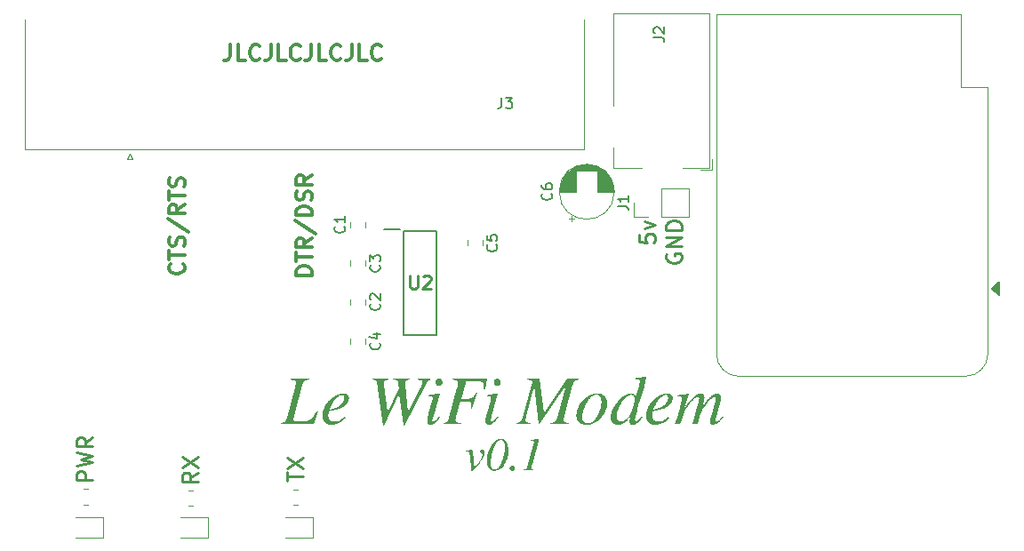
<source format=gbr>
%TF.GenerationSoftware,KiCad,Pcbnew,(6.0.11)*%
%TF.CreationDate,2024-01-03T20:30:30+00:00*%
%TF.ProjectId,LeWiFiModem,4c655769-4669-44d6-9f64-656d2e6b6963,rev?*%
%TF.SameCoordinates,Original*%
%TF.FileFunction,Legend,Top*%
%TF.FilePolarity,Positive*%
%FSLAX46Y46*%
G04 Gerber Fmt 4.6, Leading zero omitted, Abs format (unit mm)*
G04 Created by KiCad (PCBNEW (6.0.11)) date 2024-01-03 20:30:30*
%MOMM*%
%LPD*%
G01*
G04 APERTURE LIST*
%ADD10C,0.000000*%
%ADD11C,0.220000*%
%ADD12C,0.300000*%
%ADD13C,0.150000*%
%ADD14C,0.254000*%
%ADD15C,0.120000*%
%ADD16C,0.200000*%
G04 APERTURE END LIST*
D10*
G36*
X125571380Y-119159502D02*
G01*
X125586618Y-119063319D01*
X125607532Y-118966437D01*
X125633880Y-118869133D01*
X125665420Y-118771685D01*
X125701910Y-118674372D01*
X125743108Y-118577471D01*
X125788772Y-118481259D01*
X125838660Y-118386016D01*
X125892530Y-118292019D01*
X125950140Y-118199545D01*
X126075611Y-118020280D01*
X126213139Y-117850446D01*
X126360787Y-117692266D01*
X126437801Y-117618241D01*
X126516620Y-117547963D01*
X126597000Y-117481710D01*
X126678701Y-117419760D01*
X126761479Y-117362391D01*
X126845094Y-117309881D01*
X126929303Y-117262508D01*
X127013864Y-117220549D01*
X127098535Y-117184283D01*
X127183075Y-117153988D01*
X127267241Y-117129941D01*
X127350791Y-117112421D01*
X127433483Y-117101705D01*
X127515075Y-117098071D01*
X127562402Y-117099315D01*
X127606337Y-117103118D01*
X127627074Y-117106012D01*
X127647013Y-117109585D01*
X127666171Y-117113851D01*
X127684564Y-117118822D01*
X127702211Y-117124512D01*
X127719126Y-117130934D01*
X127735328Y-117138101D01*
X127750832Y-117146027D01*
X127765656Y-117154724D01*
X127779816Y-117164205D01*
X127793329Y-117174485D01*
X127806213Y-117185575D01*
X127818482Y-117197490D01*
X127830156Y-117210242D01*
X127841249Y-117223844D01*
X127851780Y-117238310D01*
X127861764Y-117253653D01*
X127871219Y-117269887D01*
X127880161Y-117287023D01*
X127888607Y-117305076D01*
X127896574Y-117324059D01*
X127904078Y-117343984D01*
X127917767Y-117386716D01*
X127929808Y-117433377D01*
X127940334Y-117484072D01*
X128241283Y-116391492D01*
X128275835Y-116270112D01*
X128301801Y-116177330D01*
X128311947Y-116140058D01*
X128320406Y-116108009D01*
X128327332Y-116080540D01*
X128332877Y-116057011D01*
X128337196Y-116036779D01*
X128340442Y-116019201D01*
X128342768Y-116003635D01*
X128344327Y-115989441D01*
X128345272Y-115975974D01*
X128345758Y-115962594D01*
X128345962Y-115933524D01*
X128345430Y-115907964D01*
X128343547Y-115885145D01*
X128339882Y-115864895D01*
X128334002Y-115847041D01*
X128330097Y-115838958D01*
X128325478Y-115831410D01*
X128320089Y-115824374D01*
X128313877Y-115817830D01*
X128306788Y-115811755D01*
X128298768Y-115806128D01*
X128289764Y-115800928D01*
X128279721Y-115796133D01*
X128256304Y-115787670D01*
X128228085Y-115780569D01*
X128194633Y-115774656D01*
X128155518Y-115769758D01*
X128110307Y-115765705D01*
X128058570Y-115762322D01*
X127933792Y-115756878D01*
X127933792Y-115645658D01*
X128083105Y-115630861D01*
X128219308Y-115615604D01*
X128345850Y-115599426D01*
X128466182Y-115581869D01*
X128583753Y-115562472D01*
X128702015Y-115540775D01*
X128824416Y-115516317D01*
X128954406Y-115488640D01*
X128987121Y-115527894D01*
X128746483Y-116430234D01*
X128568408Y-117084167D01*
X128429587Y-117574949D01*
X128306713Y-117987836D01*
X128221853Y-118267958D01*
X128140596Y-118543327D01*
X128065320Y-118805508D01*
X127998401Y-119046069D01*
X127942215Y-119256576D01*
X127899140Y-119428596D01*
X127871552Y-119553694D01*
X127864308Y-119596012D01*
X127861828Y-119623437D01*
X127861980Y-119630144D01*
X127862431Y-119636766D01*
X127863175Y-119643294D01*
X127864204Y-119649721D01*
X127865511Y-119656038D01*
X127867089Y-119662236D01*
X127868930Y-119668307D01*
X127871028Y-119674242D01*
X127873375Y-119680034D01*
X127875964Y-119685674D01*
X127878787Y-119691153D01*
X127881839Y-119696464D01*
X127885110Y-119701597D01*
X127888595Y-119706544D01*
X127892286Y-119711297D01*
X127896176Y-119715848D01*
X127900258Y-119720188D01*
X127904523Y-119724309D01*
X127908967Y-119728202D01*
X127913580Y-119731859D01*
X127918356Y-119735272D01*
X127923288Y-119738432D01*
X127928369Y-119741331D01*
X127933591Y-119743960D01*
X127938947Y-119746311D01*
X127944430Y-119748376D01*
X127950032Y-119750147D01*
X127955748Y-119751614D01*
X127961568Y-119752770D01*
X127967487Y-119753606D01*
X127973497Y-119754114D01*
X127979591Y-119754285D01*
X128001072Y-119753595D01*
X128021719Y-119751218D01*
X128042079Y-119746694D01*
X128062698Y-119739564D01*
X128084122Y-119729367D01*
X128106898Y-119715643D01*
X128131570Y-119697933D01*
X128158687Y-119675776D01*
X128188794Y-119648711D01*
X128222438Y-119616280D01*
X128260163Y-119578023D01*
X128302518Y-119533478D01*
X128403300Y-119423688D01*
X128529152Y-119283231D01*
X128607654Y-119355199D01*
X128543734Y-119442354D01*
X128479631Y-119524650D01*
X128415471Y-119601981D01*
X128351378Y-119674243D01*
X128287477Y-119741330D01*
X128223891Y-119803136D01*
X128160747Y-119859556D01*
X128098168Y-119910485D01*
X128036279Y-119955816D01*
X127975205Y-119995446D01*
X127915069Y-120029268D01*
X127855997Y-120057177D01*
X127826899Y-120068881D01*
X127798114Y-120079067D01*
X127769657Y-120087722D01*
X127741543Y-120094834D01*
X127713789Y-120100387D01*
X127686410Y-120104371D01*
X127659421Y-120106770D01*
X127632839Y-120107573D01*
X127617660Y-120107230D01*
X127602799Y-120106208D01*
X127588266Y-120104517D01*
X127574073Y-120102168D01*
X127560229Y-120099173D01*
X127546745Y-120095541D01*
X127533633Y-120091284D01*
X127520903Y-120086413D01*
X127508566Y-120080938D01*
X127496633Y-120074870D01*
X127485114Y-120068219D01*
X127474020Y-120060998D01*
X127463363Y-120053215D01*
X127453152Y-120044883D01*
X127443399Y-120036011D01*
X127434114Y-120026612D01*
X127425309Y-120016695D01*
X127416993Y-120006271D01*
X127409178Y-119995351D01*
X127401875Y-119983946D01*
X127395094Y-119972067D01*
X127388846Y-119959723D01*
X127383142Y-119946928D01*
X127377993Y-119933690D01*
X127373409Y-119920021D01*
X127369401Y-119905931D01*
X127365980Y-119891432D01*
X127363157Y-119876533D01*
X127360943Y-119861247D01*
X127359348Y-119845583D01*
X127358383Y-119829553D01*
X127358059Y-119813166D01*
X127359055Y-119758348D01*
X127362353Y-119704604D01*
X127368410Y-119648712D01*
X127377687Y-119587454D01*
X127390644Y-119517609D01*
X127407742Y-119435956D01*
X127456196Y-119224351D01*
X127371015Y-119341938D01*
X127289352Y-119449578D01*
X127210737Y-119547596D01*
X127134699Y-119636317D01*
X127060770Y-119716069D01*
X126988480Y-119787176D01*
X126917359Y-119849965D01*
X126846937Y-119904761D01*
X126811842Y-119929263D01*
X126776745Y-119951890D01*
X126741589Y-119972681D01*
X126706314Y-119991678D01*
X126670861Y-120008921D01*
X126635173Y-120024450D01*
X126599190Y-120038308D01*
X126562854Y-120050534D01*
X126526105Y-120061169D01*
X126488886Y-120070254D01*
X126451137Y-120077829D01*
X126412800Y-120083936D01*
X126334126Y-120091906D01*
X126252395Y-120094491D01*
X126211840Y-120093688D01*
X126172370Y-120091290D01*
X126134001Y-120087310D01*
X126096744Y-120081764D01*
X126060614Y-120074665D01*
X126025622Y-120066027D01*
X125991784Y-120055866D01*
X125959111Y-120044196D01*
X125927616Y-120031030D01*
X125897314Y-120016384D01*
X125868216Y-120000272D01*
X125840337Y-119982707D01*
X125813690Y-119963705D01*
X125788287Y-119943280D01*
X125764142Y-119921446D01*
X125741268Y-119898218D01*
X125719679Y-119873610D01*
X125699386Y-119847636D01*
X125680405Y-119820311D01*
X125662747Y-119791648D01*
X125646425Y-119761664D01*
X125631454Y-119730371D01*
X125617847Y-119697784D01*
X125605615Y-119663918D01*
X125594774Y-119628787D01*
X125585335Y-119592405D01*
X125577312Y-119554787D01*
X125570718Y-119515948D01*
X125565567Y-119475900D01*
X125561871Y-119434660D01*
X125559644Y-119392240D01*
X125558899Y-119348656D01*
X125559339Y-119335570D01*
X126134632Y-119335570D01*
X126135071Y-119360428D01*
X126136379Y-119384697D01*
X126138545Y-119408365D01*
X126141557Y-119431419D01*
X126145403Y-119453844D01*
X126150071Y-119475629D01*
X126155548Y-119496760D01*
X126161823Y-119517224D01*
X126168884Y-119537007D01*
X126176719Y-119556096D01*
X126185316Y-119574479D01*
X126194662Y-119592141D01*
X126204747Y-119609071D01*
X126215557Y-119625254D01*
X126227082Y-119640678D01*
X126239309Y-119655329D01*
X126252225Y-119669194D01*
X126265820Y-119682260D01*
X126280080Y-119694514D01*
X126294995Y-119705943D01*
X126310552Y-119716533D01*
X126326739Y-119726271D01*
X126343545Y-119735145D01*
X126360956Y-119743140D01*
X126378962Y-119750244D01*
X126397550Y-119756443D01*
X126416708Y-119761725D01*
X126436424Y-119766076D01*
X126456687Y-119769484D01*
X126477484Y-119771934D01*
X126498804Y-119773413D01*
X126520633Y-119773909D01*
X126555198Y-119772764D01*
X126590146Y-119769348D01*
X126625400Y-119763689D01*
X126660885Y-119755816D01*
X126696523Y-119745758D01*
X126732237Y-119733544D01*
X126767952Y-119719202D01*
X126803590Y-119702761D01*
X126839075Y-119684251D01*
X126874329Y-119663699D01*
X126909278Y-119641134D01*
X126943843Y-119616586D01*
X126977947Y-119590082D01*
X127011516Y-119561653D01*
X127044471Y-119531325D01*
X127076736Y-119499129D01*
X127158574Y-119407459D01*
X127237077Y-119309502D01*
X127311976Y-119205871D01*
X127383003Y-119097181D01*
X127449890Y-118984043D01*
X127512369Y-118867072D01*
X127570171Y-118746881D01*
X127623027Y-118624084D01*
X127670671Y-118499292D01*
X127712832Y-118373121D01*
X127749243Y-118246183D01*
X127779636Y-118119092D01*
X127803742Y-117992461D01*
X127821292Y-117866903D01*
X127832020Y-117743032D01*
X127835655Y-117621461D01*
X127835367Y-117599706D01*
X127834505Y-117578603D01*
X127833067Y-117558151D01*
X127831055Y-117538352D01*
X127828467Y-117519203D01*
X127825305Y-117500707D01*
X127821567Y-117482862D01*
X127817255Y-117465669D01*
X127812367Y-117449128D01*
X127806905Y-117433238D01*
X127800867Y-117418001D01*
X127794255Y-117403414D01*
X127787067Y-117389480D01*
X127779304Y-117376197D01*
X127770967Y-117363566D01*
X127762054Y-117351586D01*
X127752567Y-117340258D01*
X127742504Y-117329582D01*
X127731866Y-117319558D01*
X127720653Y-117310185D01*
X127708866Y-117301464D01*
X127696503Y-117293395D01*
X127683565Y-117285977D01*
X127670052Y-117279211D01*
X127655964Y-117273097D01*
X127641301Y-117267634D01*
X127626063Y-117262823D01*
X127610250Y-117258664D01*
X127593862Y-117255156D01*
X127576899Y-117252300D01*
X127559361Y-117250096D01*
X127541248Y-117248544D01*
X127505014Y-117247684D01*
X127467583Y-117249949D01*
X127429135Y-117255243D01*
X127389854Y-117263469D01*
X127349921Y-117274531D01*
X127309518Y-117288335D01*
X127268828Y-117304784D01*
X127228032Y-117323782D01*
X127187313Y-117345233D01*
X127146852Y-117369042D01*
X127106833Y-117395112D01*
X127067436Y-117423349D01*
X127028844Y-117453655D01*
X126991239Y-117485936D01*
X126954804Y-117520095D01*
X126919719Y-117556037D01*
X126837588Y-117646677D01*
X126758256Y-117743862D01*
X126682066Y-117846779D01*
X126609365Y-117954612D01*
X126540497Y-118066547D01*
X126475808Y-118181768D01*
X126415642Y-118299463D01*
X126360345Y-118418815D01*
X126310261Y-118539011D01*
X126265736Y-118659236D01*
X126227114Y-118778675D01*
X126194740Y-118896513D01*
X126168960Y-119011936D01*
X126150119Y-119124130D01*
X126138561Y-119232280D01*
X126134632Y-119335570D01*
X125559339Y-119335570D01*
X125562059Y-119254707D01*
X125571380Y-119159502D01*
G37*
G36*
X118693440Y-121419263D02*
G01*
X118694641Y-121419377D01*
X118695815Y-121419566D01*
X118696960Y-121419827D01*
X118698076Y-121420160D01*
X118699162Y-121420561D01*
X118700217Y-121421031D01*
X118701241Y-121421567D01*
X118702233Y-121422167D01*
X118703191Y-121422831D01*
X118704116Y-121423555D01*
X118705006Y-121424340D01*
X118705860Y-121425183D01*
X118706678Y-121426082D01*
X118707459Y-121427036D01*
X118708202Y-121428043D01*
X118709570Y-121430211D01*
X118710777Y-121432573D01*
X118711816Y-121435116D01*
X118712681Y-121437827D01*
X118713364Y-121440693D01*
X118713861Y-121443700D01*
X118714163Y-121446838D01*
X118714266Y-121450091D01*
X118714033Y-121458118D01*
X118713232Y-121466352D01*
X118711707Y-121475826D01*
X118709305Y-121487574D01*
X118701243Y-121522025D01*
X118687807Y-121577973D01*
X118070448Y-123897486D01*
X118063213Y-123923255D01*
X118055565Y-123951505D01*
X118048743Y-123978102D01*
X118046030Y-123989488D01*
X118043989Y-123998910D01*
X118030320Y-124042585D01*
X118018977Y-124081247D01*
X118014129Y-124098812D01*
X118009804Y-124115259D01*
X118005984Y-124130634D01*
X118002647Y-124144981D01*
X117999776Y-124158347D01*
X117997350Y-124170776D01*
X117995351Y-124182314D01*
X117993759Y-124193006D01*
X117992554Y-124202897D01*
X117991717Y-124212032D01*
X117991230Y-124220456D01*
X117991071Y-124228215D01*
X117992165Y-124246563D01*
X117995481Y-124263587D01*
X117997989Y-124271609D01*
X118001071Y-124279307D01*
X118004735Y-124286683D01*
X118008986Y-124293741D01*
X118013832Y-124300482D01*
X118019278Y-124306908D01*
X118025332Y-124313024D01*
X118032000Y-124318830D01*
X118047201Y-124329523D01*
X118064935Y-124339009D01*
X118085252Y-124347307D01*
X118108206Y-124354435D01*
X118133846Y-124360413D01*
X118162225Y-124365261D01*
X118193394Y-124368998D01*
X118227406Y-124371643D01*
X118264312Y-124373216D01*
X118304163Y-124373736D01*
X118379129Y-124373736D01*
X118379129Y-124439881D01*
X117131178Y-124439881D01*
X117131174Y-124378146D01*
X117194325Y-124372176D01*
X117251701Y-124365735D01*
X117303625Y-124358661D01*
X117350420Y-124350792D01*
X117371995Y-124346509D01*
X117392409Y-124341967D01*
X117411703Y-124337146D01*
X117429916Y-124332025D01*
X117447089Y-124326584D01*
X117463262Y-124320803D01*
X117478476Y-124314663D01*
X117492771Y-124308142D01*
X117506188Y-124301220D01*
X117518767Y-124293878D01*
X117530547Y-124286095D01*
X117541571Y-124277851D01*
X117551877Y-124269125D01*
X117561507Y-124259899D01*
X117570501Y-124250150D01*
X117578898Y-124239860D01*
X117586740Y-124229008D01*
X117594067Y-124217574D01*
X117600920Y-124205537D01*
X117607338Y-124192878D01*
X117613361Y-124179576D01*
X117619032Y-124165611D01*
X117624388Y-124150963D01*
X117629472Y-124135611D01*
X118224783Y-121935162D01*
X118232439Y-121907016D01*
X118238908Y-121881970D01*
X118244239Y-121859818D01*
X118248485Y-121840353D01*
X118251698Y-121823369D01*
X118252933Y-121815742D01*
X118253929Y-121808658D01*
X118254692Y-121802091D01*
X118255229Y-121796015D01*
X118255547Y-121790403D01*
X118255651Y-121785231D01*
X118255446Y-121777042D01*
X118254837Y-121769016D01*
X118253834Y-121761160D01*
X118252447Y-121753484D01*
X118250685Y-121745996D01*
X118248559Y-121738703D01*
X118246076Y-121731613D01*
X118243249Y-121724735D01*
X118240085Y-121718076D01*
X118236595Y-121711646D01*
X118232789Y-121705451D01*
X118228676Y-121699499D01*
X118224266Y-121693800D01*
X118219568Y-121688361D01*
X118214592Y-121683190D01*
X118209349Y-121678295D01*
X118203847Y-121673684D01*
X118198096Y-121669366D01*
X118192107Y-121665348D01*
X118185888Y-121661638D01*
X118179449Y-121658245D01*
X118172801Y-121655176D01*
X118165952Y-121652440D01*
X118158913Y-121650045D01*
X118151693Y-121647999D01*
X118144302Y-121646310D01*
X118136749Y-121644985D01*
X118129045Y-121644034D01*
X118121198Y-121643463D01*
X118113219Y-121643282D01*
X118105117Y-121643499D01*
X118096903Y-121644120D01*
X118083673Y-121644120D01*
X117827909Y-121652940D01*
X117827909Y-121586795D01*
X117892954Y-121576320D01*
X117904305Y-121574348D01*
X117913487Y-121572531D01*
X117917231Y-121571664D01*
X117920394Y-121570817D01*
X117922963Y-121569983D01*
X117924925Y-121569155D01*
X118123913Y-121529467D01*
X118326208Y-121489779D01*
X118485715Y-121458291D01*
X118600161Y-121436311D01*
X118692213Y-121419225D01*
X118693440Y-121419263D01*
G37*
G36*
X104433498Y-115796132D02*
G01*
X104362367Y-115805995D01*
X104298395Y-115816155D01*
X104241227Y-115826909D01*
X104190510Y-115838555D01*
X104167458Y-115844805D01*
X104145887Y-115851389D01*
X104125750Y-115858344D01*
X104107005Y-115865708D01*
X104089605Y-115873518D01*
X104073508Y-115881810D01*
X104058669Y-115890623D01*
X104045044Y-115899992D01*
X104032587Y-115909956D01*
X104021256Y-115920550D01*
X104011005Y-115931814D01*
X104001790Y-115943783D01*
X103993567Y-115956494D01*
X103986292Y-115969986D01*
X103979920Y-115984294D01*
X103974406Y-115999457D01*
X103969708Y-116015511D01*
X103965780Y-116032493D01*
X103962577Y-116050441D01*
X103960057Y-116069391D01*
X103958173Y-116089382D01*
X103956883Y-116110449D01*
X103955904Y-116155963D01*
X103956006Y-116174976D01*
X103956249Y-116187013D01*
X103956721Y-116200124D01*
X103957501Y-116213848D01*
X103958664Y-116227725D01*
X103960286Y-116241296D01*
X103961294Y-116247822D01*
X103962446Y-116254100D01*
X104276481Y-118949569D01*
X105401775Y-116640099D01*
X105336351Y-116182132D01*
X105327387Y-116125111D01*
X105317388Y-116074041D01*
X105305933Y-116028588D01*
X105292599Y-115988415D01*
X105285095Y-115970204D01*
X105276964Y-115953187D01*
X105268153Y-115937323D01*
X105258609Y-115922569D01*
X105248278Y-115908884D01*
X105237109Y-115896226D01*
X105225049Y-115884552D01*
X105212045Y-115873821D01*
X105198044Y-115863991D01*
X105182994Y-115855019D01*
X105166842Y-115846865D01*
X105149535Y-115839486D01*
X105131020Y-115832840D01*
X105111245Y-115826885D01*
X105067703Y-115816881D01*
X105018489Y-115809140D01*
X104963178Y-115803324D01*
X104901351Y-115799099D01*
X104832586Y-115796130D01*
X104832586Y-115691452D01*
X106409303Y-115691452D01*
X106415846Y-115796130D01*
X106352773Y-115803771D01*
X106295834Y-115812180D01*
X106244721Y-115821661D01*
X106199129Y-115832523D01*
X106178307Y-115838567D01*
X106158750Y-115845071D01*
X106140420Y-115852073D01*
X106123278Y-115859612D01*
X106107286Y-115867726D01*
X106092406Y-115876454D01*
X106078599Y-115885833D01*
X106065827Y-115895902D01*
X106054052Y-115906700D01*
X106043236Y-115918264D01*
X106033339Y-115930633D01*
X106024324Y-115943846D01*
X106016152Y-115957940D01*
X106008786Y-115972954D01*
X106002186Y-115988927D01*
X105996314Y-116005896D01*
X105991132Y-116023900D01*
X105986603Y-116042978D01*
X105982686Y-116063168D01*
X105979345Y-116084507D01*
X105974233Y-116130789D01*
X105970962Y-116182132D01*
X105970962Y-116280268D01*
X106265371Y-118949569D01*
X107482256Y-116509253D01*
X107498893Y-116474212D01*
X107514457Y-116440226D01*
X107528947Y-116407274D01*
X107542364Y-116375339D01*
X107554708Y-116344400D01*
X107565978Y-116314438D01*
X107576175Y-116285435D01*
X107585299Y-116257371D01*
X107593349Y-116230227D01*
X107600326Y-116203984D01*
X107606229Y-116178623D01*
X107611059Y-116154124D01*
X107614816Y-116130468D01*
X107617499Y-116107637D01*
X107619109Y-116085610D01*
X107619646Y-116064370D01*
X107618748Y-116030523D01*
X107615838Y-115999982D01*
X107610589Y-115972526D01*
X107606986Y-115959887D01*
X107602676Y-115947937D01*
X107597619Y-115936647D01*
X107591774Y-115925992D01*
X107585099Y-115915943D01*
X107577555Y-115906472D01*
X107569100Y-115897552D01*
X107559694Y-115889156D01*
X107549296Y-115881256D01*
X107537866Y-115873824D01*
X107525362Y-115866833D01*
X107511744Y-115860255D01*
X107481004Y-115848229D01*
X107445318Y-115837526D01*
X107404361Y-115827924D01*
X107357807Y-115819205D01*
X107305331Y-115811146D01*
X107246606Y-115803529D01*
X107181307Y-115796132D01*
X107181307Y-115691453D01*
X108411276Y-115691453D01*
X108411276Y-115796130D01*
X108365658Y-115810694D01*
X108324180Y-115825239D01*
X108286382Y-115840206D01*
X108251805Y-115856035D01*
X108219987Y-115873167D01*
X108190470Y-115892044D01*
X108162793Y-115913105D01*
X108136496Y-115936793D01*
X108111118Y-115963547D01*
X108086201Y-115993809D01*
X108061284Y-116028019D01*
X108035907Y-116066619D01*
X108009609Y-116110048D01*
X107981932Y-116158749D01*
X107952414Y-116213161D01*
X107920597Y-116273726D01*
X105944791Y-120140284D01*
X105813944Y-120140284D01*
X105447570Y-117130780D01*
X105414858Y-117130780D01*
X103975530Y-120140284D01*
X103844682Y-120140284D01*
X103406339Y-116712065D01*
X103390982Y-116603477D01*
X103376708Y-116505469D01*
X103363372Y-116417428D01*
X103350832Y-116338740D01*
X103338944Y-116268793D01*
X103327564Y-116206972D01*
X103316547Y-116152665D01*
X103305751Y-116105258D01*
X103295032Y-116064138D01*
X103289656Y-116045744D01*
X103284246Y-116028691D01*
X103278782Y-116012904D01*
X103273248Y-115998305D01*
X103267626Y-115984818D01*
X103261896Y-115972366D01*
X103256043Y-115960872D01*
X103250046Y-115950260D01*
X103243889Y-115940452D01*
X103237554Y-115931374D01*
X103231022Y-115922947D01*
X103224275Y-115915095D01*
X103217297Y-115907741D01*
X103210067Y-115900809D01*
X103198915Y-115890218D01*
X103187399Y-115880479D01*
X103175308Y-115871526D01*
X103162431Y-115863292D01*
X103148557Y-115855710D01*
X103133475Y-115848713D01*
X103116976Y-115842233D01*
X103098847Y-115836203D01*
X103078878Y-115830557D01*
X103056858Y-115825226D01*
X103032577Y-115820146D01*
X103005823Y-115815247D01*
X102944054Y-115805727D01*
X102869865Y-115796130D01*
X102869865Y-115691452D01*
X104433498Y-115691452D01*
X104433498Y-115796132D01*
G37*
G36*
X135732791Y-117098583D02*
G01*
X135752548Y-117100110D01*
X135771957Y-117102630D01*
X135790999Y-117106119D01*
X135809653Y-117110558D01*
X135827898Y-117115923D01*
X135845714Y-117122195D01*
X135863081Y-117129350D01*
X135879978Y-117137368D01*
X135896385Y-117146227D01*
X135912282Y-117155905D01*
X135927649Y-117166381D01*
X135942464Y-117177633D01*
X135956708Y-117189640D01*
X135970360Y-117202381D01*
X135983400Y-117215832D01*
X135995807Y-117229974D01*
X136007561Y-117244784D01*
X136018643Y-117260241D01*
X136029030Y-117276324D01*
X136038704Y-117293010D01*
X136047643Y-117310278D01*
X136055828Y-117328107D01*
X136063237Y-117346476D01*
X136069851Y-117365361D01*
X136075649Y-117384743D01*
X136080611Y-117404599D01*
X136084717Y-117424907D01*
X136087946Y-117445647D01*
X136090277Y-117466797D01*
X136091691Y-117488335D01*
X136092167Y-117510239D01*
X136091592Y-117530467D01*
X136090021Y-117555525D01*
X136087683Y-117583497D01*
X136084809Y-117612465D01*
X136081628Y-117640513D01*
X136078370Y-117665725D01*
X136075265Y-117686183D01*
X136072544Y-117699971D01*
X135608032Y-119368283D01*
X135591790Y-119426819D01*
X135577465Y-119479606D01*
X135565134Y-119526412D01*
X135554873Y-119567008D01*
X135546759Y-119601164D01*
X135540868Y-119628649D01*
X135538781Y-119639819D01*
X135537278Y-119649235D01*
X135536369Y-119656868D01*
X135536064Y-119662690D01*
X135536372Y-119674647D01*
X135537303Y-119685972D01*
X135538006Y-119691391D01*
X135538867Y-119696645D01*
X135539890Y-119701731D01*
X135541073Y-119706647D01*
X135542420Y-119711390D01*
X135543931Y-119715959D01*
X135545607Y-119720350D01*
X135547450Y-119724562D01*
X135549461Y-119728591D01*
X135551640Y-119732436D01*
X135553990Y-119736095D01*
X135556511Y-119739564D01*
X135559204Y-119742841D01*
X135562071Y-119745924D01*
X135565113Y-119748811D01*
X135568331Y-119751498D01*
X135571727Y-119753985D01*
X135575300Y-119756268D01*
X135579054Y-119758345D01*
X135582989Y-119760213D01*
X135587105Y-119761871D01*
X135591405Y-119763315D01*
X135595889Y-119764544D01*
X135600559Y-119765555D01*
X135605416Y-119766345D01*
X135610461Y-119766912D01*
X135615695Y-119767254D01*
X135621120Y-119767369D01*
X135665165Y-119766347D01*
X135684672Y-119763919D01*
X135703613Y-119759191D01*
X135722823Y-119751396D01*
X135743135Y-119739768D01*
X135765383Y-119723540D01*
X135790401Y-119701945D01*
X135819022Y-119674216D01*
X135852081Y-119639587D01*
X135934844Y-119546562D01*
X136045362Y-119416736D01*
X136190304Y-119243975D01*
X136294986Y-119329026D01*
X136255733Y-119374823D01*
X136192246Y-119461464D01*
X136129344Y-119542306D01*
X136066998Y-119617379D01*
X136005179Y-119686711D01*
X135943859Y-119750332D01*
X135883007Y-119808270D01*
X135822597Y-119860553D01*
X135762599Y-119907211D01*
X135702984Y-119948272D01*
X135643724Y-119983765D01*
X135584790Y-120013718D01*
X135526153Y-120038161D01*
X135496936Y-120048325D01*
X135467783Y-120057122D01*
X135438691Y-120064556D01*
X135409654Y-120070631D01*
X135380670Y-120075349D01*
X135351735Y-120078714D01*
X135322846Y-120080731D01*
X135293998Y-120081403D01*
X135278282Y-120081096D01*
X135263028Y-120080179D01*
X135248238Y-120078653D01*
X135233916Y-120076521D01*
X135220063Y-120073786D01*
X135206683Y-120070448D01*
X135193777Y-120066512D01*
X135181347Y-120061980D01*
X135169397Y-120056853D01*
X135157928Y-120051134D01*
X135146943Y-120044826D01*
X135136445Y-120037931D01*
X135126435Y-120030452D01*
X135116917Y-120022390D01*
X135107892Y-120013748D01*
X135099363Y-120004529D01*
X135091332Y-119994735D01*
X135083802Y-119984368D01*
X135076775Y-119973431D01*
X135070254Y-119961927D01*
X135064241Y-119949856D01*
X135058738Y-119937223D01*
X135053747Y-119924029D01*
X135049272Y-119910277D01*
X135045314Y-119895969D01*
X135041877Y-119881108D01*
X135038961Y-119865696D01*
X135036571Y-119849735D01*
X135033373Y-119816176D01*
X135032303Y-119780452D01*
X135033286Y-119754371D01*
X135036494Y-119723921D01*
X135042308Y-119687184D01*
X135051112Y-119642244D01*
X135063290Y-119587183D01*
X135079224Y-119520086D01*
X135123897Y-119342112D01*
X135522979Y-117817733D01*
X135534340Y-117773265D01*
X135543937Y-117733090D01*
X135551847Y-117697209D01*
X135558147Y-117665622D01*
X135562914Y-117638328D01*
X135566223Y-117615327D01*
X135567356Y-117605437D01*
X135568153Y-117596620D01*
X135568624Y-117588876D01*
X135568779Y-117582206D01*
X135568608Y-117574904D01*
X135568100Y-117567725D01*
X135567264Y-117560675D01*
X135566108Y-117553762D01*
X135564641Y-117546993D01*
X135562871Y-117540374D01*
X135560806Y-117533914D01*
X135558454Y-117527618D01*
X135555825Y-117521496D01*
X135552926Y-117515553D01*
X135549766Y-117509797D01*
X135546354Y-117504235D01*
X135542696Y-117498874D01*
X135538803Y-117493721D01*
X135534683Y-117488785D01*
X135530343Y-117484071D01*
X135525792Y-117479587D01*
X135521039Y-117475340D01*
X135516091Y-117471337D01*
X135510958Y-117467587D01*
X135505648Y-117464095D01*
X135500169Y-117460868D01*
X135494529Y-117457915D01*
X135488737Y-117455243D01*
X135482802Y-117452857D01*
X135476731Y-117450767D01*
X135470532Y-117448978D01*
X135464216Y-117447499D01*
X135457789Y-117446336D01*
X135451260Y-117445496D01*
X135444638Y-117444987D01*
X135437931Y-117444815D01*
X135419726Y-117445655D01*
X135400705Y-117448160D01*
X135360316Y-117458079D01*
X135316976Y-117474400D01*
X135270894Y-117496950D01*
X135222283Y-117525557D01*
X135171353Y-117560049D01*
X135118314Y-117600252D01*
X135063378Y-117645995D01*
X135006755Y-117697104D01*
X134948656Y-117753408D01*
X134889292Y-117814733D01*
X134828874Y-117880908D01*
X134767612Y-117951760D01*
X134705718Y-118027115D01*
X134643402Y-118106803D01*
X134580875Y-118190650D01*
X134464033Y-118358720D01*
X134411132Y-118441745D01*
X134361297Y-118525641D01*
X134314070Y-118611569D01*
X134268989Y-118700688D01*
X134225594Y-118794159D01*
X134183427Y-118893139D01*
X134142026Y-118998790D01*
X134100931Y-119112271D01*
X134017823Y-119367361D01*
X133930420Y-119667685D01*
X133835045Y-120022521D01*
X133331279Y-120022521D01*
X133429414Y-119671685D01*
X133465602Y-119548709D01*
X133485306Y-119485035D01*
X133507923Y-119414079D01*
X133690192Y-118774967D01*
X133771167Y-118481633D01*
X133842405Y-118216819D01*
X133901683Y-117988806D01*
X133946776Y-117805874D01*
X133975463Y-117676303D01*
X133982959Y-117634116D01*
X133985519Y-117608374D01*
X133985385Y-117598695D01*
X133984984Y-117589287D01*
X133984317Y-117580152D01*
X133983385Y-117571293D01*
X133982190Y-117562711D01*
X133980732Y-117554410D01*
X133979013Y-117546391D01*
X133977035Y-117538658D01*
X133974797Y-117531212D01*
X133972302Y-117524055D01*
X133969551Y-117517192D01*
X133966544Y-117510623D01*
X133963283Y-117504351D01*
X133959770Y-117498378D01*
X133956005Y-117492707D01*
X133951990Y-117487341D01*
X133947725Y-117482281D01*
X133943213Y-117477531D01*
X133938454Y-117473091D01*
X133933449Y-117468966D01*
X133928200Y-117465157D01*
X133922707Y-117461667D01*
X133916973Y-117458497D01*
X133910998Y-117455651D01*
X133904783Y-117453131D01*
X133898330Y-117450939D01*
X133891639Y-117449078D01*
X133884713Y-117447550D01*
X133877552Y-117446357D01*
X133870157Y-117445502D01*
X133862530Y-117444988D01*
X133854671Y-117444815D01*
X133832711Y-117445902D01*
X133809791Y-117449141D01*
X133761212Y-117461938D01*
X133709221Y-117482939D01*
X133654105Y-117511875D01*
X133596153Y-117548478D01*
X133535652Y-117592479D01*
X133472889Y-117643611D01*
X133408152Y-117701605D01*
X133341728Y-117766192D01*
X133273905Y-117837104D01*
X133204970Y-117914073D01*
X133135211Y-117996830D01*
X133064915Y-118085108D01*
X132994370Y-118178637D01*
X132923864Y-118277150D01*
X132853683Y-118380378D01*
X132771085Y-118507827D01*
X132697074Y-118636963D01*
X132627356Y-118778059D01*
X132557639Y-118941389D01*
X132483628Y-119137226D01*
X132401030Y-119375845D01*
X132305553Y-119667519D01*
X132192901Y-120022521D01*
X131695675Y-120022521D01*
X131805264Y-119619345D01*
X131868643Y-119397823D01*
X131963916Y-119073872D01*
X132129419Y-118490679D01*
X132257507Y-118024635D01*
X132305028Y-117843787D01*
X132340206Y-117702115D01*
X132362044Y-117602918D01*
X132367649Y-117570278D01*
X132369545Y-117549493D01*
X132369469Y-117545794D01*
X132369243Y-117542065D01*
X132368871Y-117538312D01*
X132368356Y-117534542D01*
X132367703Y-117530762D01*
X132366914Y-117526981D01*
X132365993Y-117523203D01*
X132364945Y-117519438D01*
X132363771Y-117515692D01*
X132362477Y-117511973D01*
X132361065Y-117508287D01*
X132359540Y-117504641D01*
X132357904Y-117501044D01*
X132356162Y-117497502D01*
X132354316Y-117494022D01*
X132352371Y-117490611D01*
X132350331Y-117487277D01*
X132348198Y-117484027D01*
X132345976Y-117480868D01*
X132343670Y-117477808D01*
X132341282Y-117474852D01*
X132338816Y-117472010D01*
X132336276Y-117469287D01*
X132333665Y-117466691D01*
X132330987Y-117464229D01*
X132328245Y-117461909D01*
X132325444Y-117459737D01*
X132322586Y-117457721D01*
X132319676Y-117455868D01*
X132316717Y-117454185D01*
X132313712Y-117452679D01*
X132310665Y-117451358D01*
X132288481Y-117438388D01*
X132278348Y-117433115D01*
X132268138Y-117428561D01*
X132257315Y-117424659D01*
X132245342Y-117421341D01*
X132231682Y-117418541D01*
X132215799Y-117416192D01*
X132197155Y-117414225D01*
X132175215Y-117412575D01*
X132119298Y-117409956D01*
X131944290Y-117405560D01*
X131944290Y-117300883D01*
X132274578Y-117241592D01*
X132520837Y-117194569D01*
X133004158Y-117098069D01*
X133023784Y-117111153D01*
X132624695Y-118498143D01*
X132739489Y-118323931D01*
X132850880Y-118161861D01*
X132958995Y-118011809D01*
X133063956Y-117873650D01*
X133165889Y-117747260D01*
X133264918Y-117632514D01*
X133361168Y-117529288D01*
X133454763Y-117437456D01*
X133545828Y-117356895D01*
X133590450Y-117320802D01*
X133634487Y-117287479D01*
X133677954Y-117256912D01*
X133720866Y-117229085D01*
X133763239Y-117203982D01*
X133805088Y-117181587D01*
X133846429Y-117161885D01*
X133887279Y-117144861D01*
X133927651Y-117130498D01*
X133967562Y-117118782D01*
X134007027Y-117109697D01*
X134046063Y-117103227D01*
X134084684Y-117099356D01*
X134122905Y-117098069D01*
X134143546Y-117098527D01*
X134163750Y-117099890D01*
X134183504Y-117102144D01*
X134202793Y-117105276D01*
X134221603Y-117109270D01*
X134239920Y-117114112D01*
X134257728Y-117119788D01*
X134275015Y-117126283D01*
X134291764Y-117133583D01*
X134307963Y-117141674D01*
X134323596Y-117150541D01*
X134338649Y-117160170D01*
X134353108Y-117170547D01*
X134366959Y-117181657D01*
X134380186Y-117193485D01*
X134392777Y-117206018D01*
X134404715Y-117219241D01*
X134415988Y-117233140D01*
X134426580Y-117247700D01*
X134436478Y-117262906D01*
X134445666Y-117278746D01*
X134454130Y-117295203D01*
X134461857Y-117312264D01*
X134468832Y-117329915D01*
X134475039Y-117348140D01*
X134480466Y-117366927D01*
X134485097Y-117386259D01*
X134488919Y-117406124D01*
X134491916Y-117426506D01*
X134494075Y-117447391D01*
X134495380Y-117468765D01*
X134495819Y-117490613D01*
X134494602Y-117517958D01*
X134490989Y-117550823D01*
X134476805Y-117632501D01*
X134453728Y-117734419D01*
X134422218Y-117855352D01*
X134382734Y-117994071D01*
X134335736Y-118149351D01*
X134281684Y-118319965D01*
X134221039Y-118504685D01*
X134305970Y-118373131D01*
X134386810Y-118250528D01*
X134463911Y-118136473D01*
X134537630Y-118030565D01*
X134608320Y-117932400D01*
X134676337Y-117841576D01*
X134742034Y-117757691D01*
X134805767Y-117680342D01*
X134867889Y-117609126D01*
X134928756Y-117543641D01*
X134988723Y-117483485D01*
X135048143Y-117428255D01*
X135107371Y-117377548D01*
X135166762Y-117330962D01*
X135226671Y-117288095D01*
X135287452Y-117248544D01*
X135316667Y-117229603D01*
X135345441Y-117212023D01*
X135373792Y-117195786D01*
X135401742Y-117180870D01*
X135429307Y-117167259D01*
X135456509Y-117154931D01*
X135483365Y-117143868D01*
X135509896Y-117134052D01*
X135536120Y-117125462D01*
X135562056Y-117118079D01*
X135587724Y-117111885D01*
X135613142Y-117106860D01*
X135638331Y-117102985D01*
X135663308Y-117100241D01*
X135688094Y-117098609D01*
X135712707Y-117098069D01*
X135732791Y-117098583D01*
G37*
G36*
X113605941Y-116705527D02*
G01*
X113468551Y-116692443D01*
X113468551Y-116633561D01*
X113475094Y-116561595D01*
X113477253Y-116539540D01*
X113478876Y-116517638D01*
X113480039Y-116496042D01*
X113480818Y-116474907D01*
X113481291Y-116454385D01*
X113481534Y-116434630D01*
X113481636Y-116398034D01*
X113478641Y-116329990D01*
X113469330Y-116268004D01*
X113453216Y-116211844D01*
X113442454Y-116185877D01*
X113429808Y-116161281D01*
X113415216Y-116138026D01*
X113398618Y-116116085D01*
X113379952Y-116095427D01*
X113359158Y-116076025D01*
X113336173Y-116057850D01*
X113310938Y-116040873D01*
X113253470Y-116010397D01*
X113186265Y-115984368D01*
X113108835Y-115962556D01*
X113020689Y-115944731D01*
X112921341Y-115930662D01*
X112810301Y-115920120D01*
X112687079Y-115912875D01*
X112551189Y-115908697D01*
X112402139Y-115907355D01*
X112173156Y-115907355D01*
X112115688Y-115906679D01*
X112063328Y-115907163D01*
X112015818Y-115908893D01*
X111993800Y-115910252D01*
X111972898Y-115911954D01*
X111953078Y-115914012D01*
X111934309Y-115916435D01*
X111916558Y-115919234D01*
X111899794Y-115922419D01*
X111883983Y-115926003D01*
X111869093Y-115929995D01*
X111855092Y-115934407D01*
X111841947Y-115939248D01*
X111829627Y-115944530D01*
X111818098Y-115950264D01*
X111807329Y-115956461D01*
X111797287Y-115963130D01*
X111787940Y-115970284D01*
X111779256Y-115977932D01*
X111771201Y-115986086D01*
X111763745Y-115994756D01*
X111756854Y-116003953D01*
X111750496Y-116013689D01*
X111744638Y-116023972D01*
X111739249Y-116034816D01*
X111734296Y-116046229D01*
X111729747Y-116058223D01*
X111725570Y-116070810D01*
X111721731Y-116083998D01*
X111296474Y-117628005D01*
X111492615Y-117625411D01*
X111665276Y-117621974D01*
X111816432Y-117616850D01*
X111948056Y-117609196D01*
X112007161Y-117604156D01*
X112062123Y-117598168D01*
X112113189Y-117591126D01*
X112160607Y-117582924D01*
X112204622Y-117573457D01*
X112245482Y-117562619D01*
X112283434Y-117550306D01*
X112318723Y-117536412D01*
X112351598Y-117520830D01*
X112382304Y-117503457D01*
X112411089Y-117484186D01*
X112438199Y-117462912D01*
X112463881Y-117439529D01*
X112488382Y-117413933D01*
X112511948Y-117386018D01*
X112534827Y-117355677D01*
X112557265Y-117322807D01*
X112579509Y-117287302D01*
X112624402Y-117207962D01*
X112671480Y-117116815D01*
X112722717Y-117013018D01*
X112847023Y-117045731D01*
X112356342Y-118596280D01*
X112245123Y-118563569D01*
X112258360Y-118491155D01*
X112268838Y-118429551D01*
X112276863Y-118376688D01*
X112282740Y-118330495D01*
X112286778Y-118288902D01*
X112289283Y-118249840D01*
X112290560Y-118211237D01*
X112290918Y-118171025D01*
X112290765Y-118158873D01*
X112290306Y-118146953D01*
X112289543Y-118135264D01*
X112288477Y-118123810D01*
X112287110Y-118112590D01*
X112285441Y-118101606D01*
X112283473Y-118090860D01*
X112281207Y-118080351D01*
X112278643Y-118070083D01*
X112275784Y-118060055D01*
X112272630Y-118050269D01*
X112269182Y-118040726D01*
X112265442Y-118031428D01*
X112261412Y-118022375D01*
X112257091Y-118013569D01*
X112252481Y-118005011D01*
X112247584Y-117996703D01*
X112242401Y-117988644D01*
X112236932Y-117980837D01*
X112231180Y-117973283D01*
X112225145Y-117965983D01*
X112218828Y-117958938D01*
X112212231Y-117952150D01*
X112205355Y-117945619D01*
X112198201Y-117939346D01*
X112190770Y-117933334D01*
X112183064Y-117927583D01*
X112175083Y-117922094D01*
X112166830Y-117916869D01*
X112158304Y-117911909D01*
X112149508Y-117907214D01*
X112140442Y-117902787D01*
X112118540Y-117891708D01*
X112107234Y-117887017D01*
X112095258Y-117882853D01*
X112082285Y-117879187D01*
X112067990Y-117875991D01*
X112052046Y-117873235D01*
X112034128Y-117870892D01*
X111991066Y-117867327D01*
X111936197Y-117865065D01*
X111866914Y-117863877D01*
X111780611Y-117863532D01*
X111673683Y-117863225D01*
X111553261Y-117861078D01*
X111485307Y-117858740D01*
X111410760Y-117855251D01*
X111328545Y-117850382D01*
X111237590Y-117843903D01*
X110845047Y-119329028D01*
X110829368Y-119382185D01*
X110816526Y-119429209D01*
X110811097Y-119450613D01*
X110806290Y-119470713D01*
X110802078Y-119489586D01*
X110798432Y-119507309D01*
X110795322Y-119523959D01*
X110792720Y-119539612D01*
X110790597Y-119554346D01*
X110788925Y-119568235D01*
X110787674Y-119581358D01*
X110786817Y-119593792D01*
X110786323Y-119605611D01*
X110786165Y-119616895D01*
X110787583Y-119653410D01*
X110791992Y-119686982D01*
X110799620Y-119717738D01*
X110804714Y-119732098D01*
X110810699Y-119745800D01*
X110817604Y-119758860D01*
X110825458Y-119771294D01*
X110834289Y-119783117D01*
X110844127Y-119794344D01*
X110854999Y-119804992D01*
X110866936Y-119815075D01*
X110879965Y-119824610D01*
X110894115Y-119833611D01*
X110925894Y-119850077D01*
X110962503Y-119864598D01*
X111004173Y-119877298D01*
X111051132Y-119888301D01*
X111103612Y-119897733D01*
X111161842Y-119905717D01*
X111226052Y-119912380D01*
X111296472Y-119917844D01*
X111296472Y-120022523D01*
X109621618Y-120022523D01*
X109621618Y-119917844D01*
X109688882Y-119908092D01*
X109748785Y-119898101D01*
X109801942Y-119887325D01*
X109848966Y-119875216D01*
X109870369Y-119868491D01*
X109890469Y-119861229D01*
X109909342Y-119853360D01*
X109927065Y-119844817D01*
X109943715Y-119835531D01*
X109959368Y-119825434D01*
X109974101Y-119814458D01*
X109987991Y-119802534D01*
X110001114Y-119789594D01*
X110013548Y-119775570D01*
X110025367Y-119760394D01*
X110036650Y-119743997D01*
X110047474Y-119726311D01*
X110057913Y-119707268D01*
X110077949Y-119664837D01*
X110097372Y-119616157D01*
X110116795Y-119560682D01*
X110136831Y-119497866D01*
X110158094Y-119427163D01*
X110949724Y-116496169D01*
X110963806Y-116435485D01*
X110976507Y-116376259D01*
X110987675Y-116318719D01*
X110997157Y-116263095D01*
X111004798Y-116209619D01*
X111010446Y-116158519D01*
X111013947Y-116110026D01*
X111014844Y-116086829D01*
X111015148Y-116064370D01*
X111015034Y-116057011D01*
X111014694Y-116049661D01*
X111013359Y-116035019D01*
X111011180Y-116020511D01*
X111008197Y-116006204D01*
X111004446Y-115992166D01*
X110999968Y-115978463D01*
X110994799Y-115965163D01*
X110988979Y-115952332D01*
X110982545Y-115940038D01*
X110975536Y-115928348D01*
X110967991Y-115917328D01*
X110959947Y-115907047D01*
X110951443Y-115897570D01*
X110947031Y-115893155D01*
X110942518Y-115888966D01*
X110937909Y-115885012D01*
X110933209Y-115881301D01*
X110928423Y-115877842D01*
X110923555Y-115874642D01*
X110895635Y-115859193D01*
X110882111Y-115852633D01*
X110868251Y-115846734D01*
X110853587Y-115841411D01*
X110837648Y-115836576D01*
X110819964Y-115832143D01*
X110800067Y-115828027D01*
X110751753Y-115820398D01*
X110688948Y-115813000D01*
X110607896Y-115805141D01*
X110504841Y-115796132D01*
X110504841Y-115691453D01*
X113808752Y-115691453D01*
X113605941Y-116705527D01*
G37*
G36*
X114773876Y-115685406D02*
G01*
X114790180Y-115686870D01*
X114806285Y-115689279D01*
X114822169Y-115692604D01*
X114837808Y-115696822D01*
X114853180Y-115701904D01*
X114868262Y-115707824D01*
X114883031Y-115714557D01*
X114897465Y-115722076D01*
X114911541Y-115730354D01*
X114925235Y-115739365D01*
X114938526Y-115749084D01*
X114951391Y-115759482D01*
X114963806Y-115770535D01*
X114975750Y-115782215D01*
X114987198Y-115794497D01*
X114998129Y-115807354D01*
X115008520Y-115820759D01*
X115018348Y-115834687D01*
X115027590Y-115849110D01*
X115036223Y-115864004D01*
X115044225Y-115879340D01*
X115051573Y-115895094D01*
X115058244Y-115911237D01*
X115064216Y-115927746D01*
X115069465Y-115944591D01*
X115073969Y-115961749D01*
X115077706Y-115979191D01*
X115080651Y-115996893D01*
X115082783Y-116014826D01*
X115084079Y-116032966D01*
X115084516Y-116051286D01*
X115084079Y-116067784D01*
X115082782Y-116084143D01*
X115080646Y-116100336D01*
X115077693Y-116116339D01*
X115073944Y-116132126D01*
X115069422Y-116147673D01*
X115064148Y-116162953D01*
X115058142Y-116177942D01*
X115051428Y-116192616D01*
X115044026Y-116206947D01*
X115035958Y-116220912D01*
X115027245Y-116234486D01*
X115017909Y-116247642D01*
X115007972Y-116260356D01*
X114997456Y-116272604D01*
X114986381Y-116284359D01*
X114974769Y-116295596D01*
X114962642Y-116306291D01*
X114950022Y-116316417D01*
X114936929Y-116325951D01*
X114923386Y-116334867D01*
X114909415Y-116343139D01*
X114895036Y-116350743D01*
X114880271Y-116357654D01*
X114865142Y-116363845D01*
X114849671Y-116369293D01*
X114833878Y-116373971D01*
X114817786Y-116377856D01*
X114801416Y-116380921D01*
X114784790Y-116383141D01*
X114767929Y-116384492D01*
X114750854Y-116384948D01*
X114733261Y-116384547D01*
X114716061Y-116383355D01*
X114699267Y-116381384D01*
X114682888Y-116378648D01*
X114666936Y-116375159D01*
X114651420Y-116370932D01*
X114636353Y-116365978D01*
X114621745Y-116360311D01*
X114607606Y-116353945D01*
X114593948Y-116346893D01*
X114580781Y-116339167D01*
X114568116Y-116330781D01*
X114555963Y-116321748D01*
X114544334Y-116312082D01*
X114533239Y-116301795D01*
X114522690Y-116290901D01*
X114512696Y-116279412D01*
X114503268Y-116267343D01*
X114494419Y-116254705D01*
X114486157Y-116241513D01*
X114478494Y-116227780D01*
X114471441Y-116213518D01*
X114465009Y-116198741D01*
X114459208Y-116183462D01*
X114454049Y-116167695D01*
X114449543Y-116151452D01*
X114445701Y-116134746D01*
X114442532Y-116117591D01*
X114440050Y-116100000D01*
X114438263Y-116081987D01*
X114437183Y-116063563D01*
X114436821Y-116044743D01*
X114437202Y-116025291D01*
X114438337Y-116006201D01*
X114440211Y-115987490D01*
X114442814Y-115969174D01*
X114446130Y-115951270D01*
X114450147Y-115933794D01*
X114454851Y-115916765D01*
X114460230Y-115900198D01*
X114466270Y-115884109D01*
X114472959Y-115868517D01*
X114480282Y-115853438D01*
X114488227Y-115838888D01*
X114496781Y-115824885D01*
X114505930Y-115811444D01*
X114515661Y-115798583D01*
X114525961Y-115786319D01*
X114536817Y-115774668D01*
X114548216Y-115763648D01*
X114560144Y-115753274D01*
X114572588Y-115743564D01*
X114585536Y-115734534D01*
X114598973Y-115726201D01*
X114612888Y-115718583D01*
X114627266Y-115711695D01*
X114642094Y-115705555D01*
X114657360Y-115700179D01*
X114673050Y-115695584D01*
X114689150Y-115691787D01*
X114705649Y-115688804D01*
X114722532Y-115686653D01*
X114739786Y-115685350D01*
X114757397Y-115684912D01*
X114773876Y-115685406D01*
G37*
G36*
X113761117Y-123572549D02*
G01*
X113757742Y-123460923D01*
X113759686Y-123363504D01*
X113765438Y-123266493D01*
X113774881Y-123170067D01*
X113787895Y-123074401D01*
X113804362Y-122979672D01*
X113824162Y-122886056D01*
X113847178Y-122793728D01*
X113873290Y-122702865D01*
X113902380Y-122613643D01*
X113934330Y-122526237D01*
X113969020Y-122440825D01*
X114006331Y-122357581D01*
X114046146Y-122276682D01*
X114088345Y-122198304D01*
X114132810Y-122122622D01*
X114179422Y-122049814D01*
X114228062Y-121980054D01*
X114278611Y-121913520D01*
X114330952Y-121850386D01*
X114384965Y-121790829D01*
X114440531Y-121735025D01*
X114497532Y-121683151D01*
X114555849Y-121635381D01*
X114615364Y-121591892D01*
X114675957Y-121552861D01*
X114737511Y-121518462D01*
X114799906Y-121488873D01*
X114863023Y-121464269D01*
X114926745Y-121444826D01*
X114990951Y-121430720D01*
X115055525Y-121422128D01*
X115120346Y-121419225D01*
X115161180Y-121420499D01*
X115200989Y-121424302D01*
X115239755Y-121430605D01*
X115277460Y-121439378D01*
X115314086Y-121450594D01*
X115349615Y-121464222D01*
X115384030Y-121480233D01*
X115417313Y-121498599D01*
X115449447Y-121519291D01*
X115480412Y-121542279D01*
X115510193Y-121567534D01*
X115538770Y-121595027D01*
X115566127Y-121624730D01*
X115592244Y-121656613D01*
X115640693Y-121726802D01*
X115683974Y-121805363D01*
X115721945Y-121892063D01*
X115754465Y-121986670D01*
X115781390Y-122088950D01*
X115802580Y-122198672D01*
X115817891Y-122315603D01*
X115827182Y-122439510D01*
X115830311Y-122570161D01*
X115826439Y-122691014D01*
X115815049Y-122813307D01*
X115796475Y-122936311D01*
X115771055Y-123059295D01*
X115739123Y-123181530D01*
X115701016Y-123302286D01*
X115657070Y-123420833D01*
X115607620Y-123536440D01*
X115553002Y-123648379D01*
X115493553Y-123755918D01*
X115429608Y-123858329D01*
X115361503Y-123954881D01*
X115289574Y-124044844D01*
X115214156Y-124127488D01*
X115135587Y-124202084D01*
X115095225Y-124236135D01*
X115054201Y-124267901D01*
X115018696Y-124292707D01*
X114983275Y-124315866D01*
X114947918Y-124337384D01*
X114912607Y-124357268D01*
X114877322Y-124375524D01*
X114842043Y-124392159D01*
X114806751Y-124407178D01*
X114771427Y-124420589D01*
X114736051Y-124432398D01*
X114700604Y-124442612D01*
X114665067Y-124451237D01*
X114629420Y-124458279D01*
X114593644Y-124463744D01*
X114557719Y-124467640D01*
X114521626Y-124469973D01*
X114485346Y-124470750D01*
X114444849Y-124469580D01*
X114405231Y-124466094D01*
X114366519Y-124460329D01*
X114328740Y-124452318D01*
X114291921Y-124442099D01*
X114256087Y-124429706D01*
X114221265Y-124415175D01*
X114187483Y-124398541D01*
X114154767Y-124379840D01*
X114123143Y-124359107D01*
X114092638Y-124336379D01*
X114063279Y-124311690D01*
X114035092Y-124285076D01*
X114008104Y-124256573D01*
X113982343Y-124226216D01*
X113957833Y-124194040D01*
X113934602Y-124160082D01*
X113912677Y-124124376D01*
X113872851Y-124047865D01*
X113838567Y-123964791D01*
X113810038Y-123875438D01*
X113787478Y-123780090D01*
X113779347Y-123729918D01*
X114114931Y-123729918D01*
X114115356Y-123765831D01*
X114116625Y-123800801D01*
X114118731Y-123834815D01*
X114121666Y-123867859D01*
X114125421Y-123899922D01*
X114129988Y-123930990D01*
X114135359Y-123961051D01*
X114141527Y-123990091D01*
X114148482Y-124018097D01*
X114156218Y-124045057D01*
X114164725Y-124070958D01*
X114173996Y-124095786D01*
X114184024Y-124119529D01*
X114194798Y-124142174D01*
X114206313Y-124163708D01*
X114218558Y-124184118D01*
X114231528Y-124203391D01*
X114245213Y-124221514D01*
X114259605Y-124238475D01*
X114274696Y-124254260D01*
X114290479Y-124268856D01*
X114306944Y-124282251D01*
X114324085Y-124294432D01*
X114341892Y-124305385D01*
X114360359Y-124315098D01*
X114379476Y-124323558D01*
X114399236Y-124330752D01*
X114419631Y-124336667D01*
X114440652Y-124341289D01*
X114462292Y-124344608D01*
X114484542Y-124346608D01*
X114507394Y-124347277D01*
X114525959Y-124346826D01*
X114544445Y-124345472D01*
X114581172Y-124340069D01*
X114617563Y-124331087D01*
X114653605Y-124318546D01*
X114689285Y-124302465D01*
X114724591Y-124282863D01*
X114759509Y-124259761D01*
X114794027Y-124233177D01*
X114828131Y-124203130D01*
X114861809Y-124169641D01*
X114895048Y-124132727D01*
X114927835Y-124092410D01*
X114960156Y-124048708D01*
X114991999Y-124001640D01*
X115023352Y-123951227D01*
X115054201Y-123897486D01*
X115100327Y-123810091D01*
X115144368Y-123716946D01*
X115186199Y-123618608D01*
X115225698Y-123515632D01*
X115262742Y-123408574D01*
X115297209Y-123297988D01*
X115328977Y-123184432D01*
X115357921Y-123068459D01*
X115383920Y-122950626D01*
X115406850Y-122831488D01*
X115426589Y-122711601D01*
X115443015Y-122591520D01*
X115456004Y-122471801D01*
X115465434Y-122352999D01*
X115471182Y-122235670D01*
X115473125Y-122120370D01*
X115472726Y-122086510D01*
X115471531Y-122053566D01*
X115469546Y-122021547D01*
X115466778Y-121990463D01*
X115463230Y-121960326D01*
X115458911Y-121931146D01*
X115453824Y-121902933D01*
X115447976Y-121875698D01*
X115441372Y-121849451D01*
X115434018Y-121824203D01*
X115425919Y-121799965D01*
X115417082Y-121776746D01*
X115407511Y-121754558D01*
X115397213Y-121733410D01*
X115386193Y-121713314D01*
X115374457Y-121694279D01*
X115362010Y-121676317D01*
X115348859Y-121659437D01*
X115335008Y-121643651D01*
X115320463Y-121628969D01*
X115305231Y-121615400D01*
X115289317Y-121602957D01*
X115272725Y-121591649D01*
X115255463Y-121581487D01*
X115237536Y-121572480D01*
X115218948Y-121564641D01*
X115199707Y-121557979D01*
X115179818Y-121552505D01*
X115159285Y-121548229D01*
X115138116Y-121545161D01*
X115116315Y-121543313D01*
X115093889Y-121542695D01*
X115093889Y-121542697D01*
X115056213Y-121544302D01*
X115019234Y-121549130D01*
X114982927Y-121557202D01*
X114947266Y-121568535D01*
X114912225Y-121583150D01*
X114877778Y-121601065D01*
X114843900Y-121622301D01*
X114810564Y-121646876D01*
X114777746Y-121674811D01*
X114745418Y-121706123D01*
X114713555Y-121740834D01*
X114682131Y-121778961D01*
X114651121Y-121820525D01*
X114620498Y-121865545D01*
X114590237Y-121914039D01*
X114560312Y-121966029D01*
X114518248Y-122048092D01*
X114476605Y-122139671D01*
X114435698Y-122239530D01*
X114395843Y-122346437D01*
X114357358Y-122459157D01*
X114320560Y-122576457D01*
X114285763Y-122697103D01*
X114253286Y-122819862D01*
X114223444Y-122943499D01*
X114196554Y-123066781D01*
X114172932Y-123188473D01*
X114152896Y-123307343D01*
X114136761Y-123422156D01*
X114124844Y-123531679D01*
X114117462Y-123634678D01*
X114114931Y-123729918D01*
X113779347Y-123729918D01*
X113771100Y-123679033D01*
X113761117Y-123572549D01*
G37*
G36*
X129067463Y-118539727D02*
G01*
X129107847Y-118447747D01*
X129152725Y-118356945D01*
X129201889Y-118267542D01*
X129255128Y-118179756D01*
X129312233Y-118093806D01*
X129372994Y-118009912D01*
X129437201Y-117928292D01*
X129504645Y-117849167D01*
X129575117Y-117772756D01*
X129648406Y-117699276D01*
X129724303Y-117628949D01*
X129802598Y-117561993D01*
X129883082Y-117498627D01*
X129965545Y-117439070D01*
X130049777Y-117383542D01*
X130135569Y-117332262D01*
X130222711Y-117285449D01*
X130310994Y-117243323D01*
X130400207Y-117206102D01*
X130490142Y-117174006D01*
X130580588Y-117147254D01*
X130671336Y-117126065D01*
X130762176Y-117110659D01*
X130852899Y-117101254D01*
X130943294Y-117098071D01*
X130973577Y-117098567D01*
X131003080Y-117100048D01*
X131031793Y-117102502D01*
X131059704Y-117105917D01*
X131086799Y-117110280D01*
X131113069Y-117115580D01*
X131138499Y-117121805D01*
X131163079Y-117128943D01*
X131186797Y-117136982D01*
X131209640Y-117145909D01*
X131231596Y-117155714D01*
X131252655Y-117166383D01*
X131272802Y-117177905D01*
X131292027Y-117190268D01*
X131310318Y-117203461D01*
X131327663Y-117217470D01*
X131344049Y-117232284D01*
X131359464Y-117247892D01*
X131373898Y-117264280D01*
X131387337Y-117281437D01*
X131399770Y-117299352D01*
X131411184Y-117318011D01*
X131421569Y-117337404D01*
X131430911Y-117357518D01*
X131439199Y-117378341D01*
X131446420Y-117399862D01*
X131452564Y-117422067D01*
X131457617Y-117444946D01*
X131461568Y-117468486D01*
X131464406Y-117492676D01*
X131466117Y-117517502D01*
X131466690Y-117542954D01*
X131464632Y-117596133D01*
X131458510Y-117648910D01*
X131448399Y-117701227D01*
X131434374Y-117753026D01*
X131416511Y-117804250D01*
X131394885Y-117854842D01*
X131369572Y-117904744D01*
X131340647Y-117953898D01*
X131272263Y-118049734D01*
X131190338Y-118141890D01*
X131095475Y-118229906D01*
X130988278Y-118313321D01*
X130869350Y-118391677D01*
X130739296Y-118464512D01*
X130598719Y-118531368D01*
X130448223Y-118591783D01*
X130288412Y-118645298D01*
X130119889Y-118691452D01*
X129943259Y-118729787D01*
X129759124Y-118759841D01*
X129575935Y-118786010D01*
X129555937Y-118868927D01*
X129539849Y-118937814D01*
X129527287Y-118995201D01*
X129522210Y-119020372D01*
X129517870Y-119043617D01*
X129514220Y-119065252D01*
X129511212Y-119085593D01*
X129508799Y-119104956D01*
X129506931Y-119123659D01*
X129505563Y-119142016D01*
X129504644Y-119160344D01*
X129504128Y-119178960D01*
X129503967Y-119198180D01*
X129504673Y-119231547D01*
X129506777Y-119264165D01*
X129510258Y-119296014D01*
X129515097Y-119327073D01*
X129521273Y-119357323D01*
X129528765Y-119386742D01*
X129537553Y-119415311D01*
X129547618Y-119443009D01*
X129558938Y-119469816D01*
X129571492Y-119495711D01*
X129585262Y-119520674D01*
X129600226Y-119544685D01*
X129616364Y-119567723D01*
X129633656Y-119589767D01*
X129652080Y-119610799D01*
X129671618Y-119630796D01*
X129692248Y-119649740D01*
X129713951Y-119667608D01*
X129736705Y-119684382D01*
X129760491Y-119700041D01*
X129785288Y-119714564D01*
X129811075Y-119727930D01*
X129837833Y-119740121D01*
X129865541Y-119751115D01*
X129894178Y-119760891D01*
X129923724Y-119769430D01*
X129954160Y-119776712D01*
X129985464Y-119782715D01*
X130017616Y-119787419D01*
X130050596Y-119790805D01*
X130084383Y-119792851D01*
X130118957Y-119793538D01*
X130172096Y-119792266D01*
X130223904Y-119788273D01*
X130274886Y-119781290D01*
X130325553Y-119771049D01*
X130376411Y-119757280D01*
X130427969Y-119739717D01*
X130480735Y-119718090D01*
X130535216Y-119692131D01*
X130591920Y-119661573D01*
X130651356Y-119626145D01*
X130714031Y-119585581D01*
X130780453Y-119539612D01*
X130851130Y-119487969D01*
X130926571Y-119430385D01*
X131007282Y-119366590D01*
X131093773Y-119296317D01*
X131178825Y-119381367D01*
X131102729Y-119462691D01*
X131024247Y-119539740D01*
X130943599Y-119612380D01*
X130861006Y-119680478D01*
X130776687Y-119743899D01*
X130690864Y-119802509D01*
X130603757Y-119856174D01*
X130515587Y-119904759D01*
X130426573Y-119948132D01*
X130336936Y-119986156D01*
X130246896Y-120018699D01*
X130156675Y-120045625D01*
X130066492Y-120066802D01*
X129976568Y-120082094D01*
X129887123Y-120091368D01*
X129798378Y-120094489D01*
X129750408Y-120093422D01*
X129703431Y-120090245D01*
X129657482Y-120084996D01*
X129612595Y-120077711D01*
X129568806Y-120068428D01*
X129526149Y-120057185D01*
X129484659Y-120044017D01*
X129444371Y-120028963D01*
X129405319Y-120012058D01*
X129367537Y-119993342D01*
X129331062Y-119972850D01*
X129295927Y-119950620D01*
X129262168Y-119926689D01*
X129229818Y-119901093D01*
X129198913Y-119873871D01*
X129169488Y-119845060D01*
X129141576Y-119814695D01*
X129115214Y-119782816D01*
X129090436Y-119749458D01*
X129067276Y-119714659D01*
X129045769Y-119678456D01*
X129025950Y-119640886D01*
X129007853Y-119601986D01*
X128991514Y-119561794D01*
X128976968Y-119520346D01*
X128964248Y-119477681D01*
X128953389Y-119433833D01*
X128944427Y-119388842D01*
X128937396Y-119342744D01*
X128932331Y-119295576D01*
X128929267Y-119247376D01*
X128928238Y-119198180D01*
X128931289Y-119104087D01*
X128940302Y-119009637D01*
X128955067Y-118915052D01*
X128975376Y-118820548D01*
X129001018Y-118726347D01*
X129028694Y-118642075D01*
X129621730Y-118642075D01*
X129725926Y-118615433D01*
X129822934Y-118589328D01*
X129913234Y-118563529D01*
X129997304Y-118537807D01*
X130075624Y-118511931D01*
X130148674Y-118485672D01*
X130216931Y-118458800D01*
X130280876Y-118431084D01*
X130340987Y-118402295D01*
X130397745Y-118372202D01*
X130451627Y-118340576D01*
X130503113Y-118307187D01*
X130552683Y-118271804D01*
X130600815Y-118234198D01*
X130647988Y-118194139D01*
X130694683Y-118151397D01*
X130732932Y-118114076D01*
X130769130Y-118075788D01*
X130803219Y-118036638D01*
X130835142Y-117996730D01*
X130864842Y-117956171D01*
X130892261Y-117915065D01*
X130917341Y-117873519D01*
X130940026Y-117831637D01*
X130960256Y-117789525D01*
X130977976Y-117747288D01*
X130993128Y-117705033D01*
X131005653Y-117662863D01*
X131015495Y-117620886D01*
X131022597Y-117579205D01*
X131026900Y-117537927D01*
X131028347Y-117497157D01*
X131028080Y-117483204D01*
X131027285Y-117469567D01*
X131025969Y-117456253D01*
X131024143Y-117443271D01*
X131021813Y-117430629D01*
X131018989Y-117418336D01*
X131015678Y-117406400D01*
X131011889Y-117394829D01*
X131007631Y-117383632D01*
X131002911Y-117372817D01*
X130997738Y-117362393D01*
X130992122Y-117352367D01*
X130986069Y-117342749D01*
X130979588Y-117333547D01*
X130972688Y-117324768D01*
X130965378Y-117316422D01*
X130957664Y-117308517D01*
X130949557Y-117301062D01*
X130941064Y-117294063D01*
X130932193Y-117287531D01*
X130922954Y-117281473D01*
X130913354Y-117275898D01*
X130903402Y-117270815D01*
X130893105Y-117266230D01*
X130882474Y-117262154D01*
X130871515Y-117258594D01*
X130860238Y-117255558D01*
X130848651Y-117253056D01*
X130836761Y-117251095D01*
X130824578Y-117249684D01*
X130812110Y-117248832D01*
X130799366Y-117248545D01*
X130767619Y-117250027D01*
X130734993Y-117254420D01*
X130701567Y-117261645D01*
X130667419Y-117271623D01*
X130632630Y-117284274D01*
X130597277Y-117299521D01*
X130525199Y-117337481D01*
X130451817Y-117384872D01*
X130377765Y-117441061D01*
X130303674Y-117505415D01*
X130230177Y-117577301D01*
X130157907Y-117656088D01*
X130087496Y-117741142D01*
X130019577Y-117831832D01*
X129954783Y-117927524D01*
X129893745Y-118027586D01*
X129837096Y-118131386D01*
X129785470Y-118238291D01*
X129739498Y-118347668D01*
X129621730Y-118642075D01*
X129028694Y-118642075D01*
X129031783Y-118632667D01*
X129067463Y-118539727D01*
G37*
G36*
X96863940Y-115796132D02*
G01*
X96791756Y-115803368D01*
X96724710Y-115812923D01*
X96662570Y-115824969D01*
X96633268Y-115831981D01*
X96605106Y-115839680D01*
X96578057Y-115848089D01*
X96552090Y-115857228D01*
X96527177Y-115867119D01*
X96503290Y-115877785D01*
X96480400Y-115889246D01*
X96458477Y-115901523D01*
X96437494Y-115914640D01*
X96417421Y-115928616D01*
X96398230Y-115943475D01*
X96379892Y-115959236D01*
X96362378Y-115975922D01*
X96345659Y-115993555D01*
X96329707Y-116012155D01*
X96314493Y-116031745D01*
X96299988Y-116052347D01*
X96286164Y-116073980D01*
X96272991Y-116096668D01*
X96260442Y-116120432D01*
X96248486Y-116145293D01*
X96237096Y-116171273D01*
X96215897Y-116226676D01*
X96196615Y-116286813D01*
X95411527Y-119230893D01*
X95397446Y-119280370D01*
X95384744Y-119329847D01*
X95373576Y-119378097D01*
X95364095Y-119423893D01*
X95356454Y-119466010D01*
X95350806Y-119503220D01*
X95347305Y-119534296D01*
X95346407Y-119547151D01*
X95346103Y-119558013D01*
X95348114Y-119587538D01*
X95354217Y-119614811D01*
X95358837Y-119627618D01*
X95364518Y-119639880D01*
X95371276Y-119651603D01*
X95379122Y-119662793D01*
X95388071Y-119673455D01*
X95398134Y-119683597D01*
X95421661Y-119702341D01*
X95449806Y-119719072D01*
X95482676Y-119733839D01*
X95520376Y-119746689D01*
X95563012Y-119757670D01*
X95610689Y-119766830D01*
X95663512Y-119774218D01*
X95721587Y-119779880D01*
X95785019Y-119783865D01*
X95853914Y-119786221D01*
X95928377Y-119786996D01*
X96027625Y-119785991D01*
X96121889Y-119782945D01*
X96211400Y-119777810D01*
X96296387Y-119770538D01*
X96377081Y-119761081D01*
X96453711Y-119749390D01*
X96526509Y-119735419D01*
X96595702Y-119719119D01*
X96661522Y-119700443D01*
X96724199Y-119679341D01*
X96783962Y-119655767D01*
X96841042Y-119629673D01*
X96895669Y-119601010D01*
X96948072Y-119569731D01*
X96998481Y-119535787D01*
X97047127Y-119499131D01*
X97082753Y-119468772D01*
X97116232Y-119438729D01*
X97147870Y-119408552D01*
X97177975Y-119377791D01*
X97206854Y-119345994D01*
X97234813Y-119312712D01*
X97262158Y-119277494D01*
X97289196Y-119239889D01*
X97316235Y-119199448D01*
X97343580Y-119155720D01*
X97371538Y-119108254D01*
X97400417Y-119056599D01*
X97462161Y-118938925D01*
X97531265Y-118799094D01*
X97668655Y-118838349D01*
X97289197Y-120022523D01*
X94175014Y-120022523D01*
X94175014Y-119917844D01*
X94241198Y-119905720D01*
X94300291Y-119893540D01*
X94352866Y-119880784D01*
X94399500Y-119866936D01*
X94420768Y-119859440D01*
X94440767Y-119851478D01*
X94459568Y-119842983D01*
X94477242Y-119833892D01*
X94493862Y-119824139D01*
X94509500Y-119813661D01*
X94524228Y-119802392D01*
X94538117Y-119790267D01*
X94551239Y-119777223D01*
X94563667Y-119763194D01*
X94575472Y-119748115D01*
X94586725Y-119731923D01*
X94597499Y-119714551D01*
X94607866Y-119695937D01*
X94627666Y-119654718D01*
X94646699Y-119607748D01*
X94665541Y-119554512D01*
X94684765Y-119494490D01*
X94704948Y-119427165D01*
X95496578Y-116496169D01*
X95514698Y-116426413D01*
X95529904Y-116363787D01*
X95542350Y-116307449D01*
X95552189Y-116256553D01*
X95556179Y-116232884D01*
X95559575Y-116210258D01*
X95562396Y-116188572D01*
X95564661Y-116167720D01*
X95566389Y-116147596D01*
X95567600Y-116128095D01*
X95568312Y-116109112D01*
X95568545Y-116090541D01*
X95567341Y-116054243D01*
X95563510Y-116021271D01*
X95556728Y-115991422D01*
X95552129Y-115977607D01*
X95546669Y-115964497D01*
X95540308Y-115952068D01*
X95533006Y-115940294D01*
X95524721Y-115929150D01*
X95515414Y-115918611D01*
X95505042Y-115908652D01*
X95493566Y-115899247D01*
X95480945Y-115890372D01*
X95467138Y-115882002D01*
X95435803Y-115866673D01*
X95399235Y-115853059D01*
X95357109Y-115840960D01*
X95309098Y-115830173D01*
X95254877Y-115820499D01*
X95194120Y-115811734D01*
X95126502Y-115803679D01*
X95051696Y-115796132D01*
X95051696Y-115691453D01*
X96863940Y-115691453D01*
X96863940Y-115796132D01*
G37*
G36*
X122298504Y-119277248D02*
G01*
X122295312Y-119225311D01*
X122294243Y-119172011D01*
X122295653Y-119106205D01*
X122299849Y-119040096D01*
X122306782Y-118973767D01*
X122316400Y-118907299D01*
X122328654Y-118840774D01*
X122343493Y-118774273D01*
X122360867Y-118707877D01*
X122380725Y-118641668D01*
X122403018Y-118575727D01*
X122427694Y-118510136D01*
X122483998Y-118380329D01*
X122549234Y-118252900D01*
X122622999Y-118128498D01*
X122704891Y-118007777D01*
X122794507Y-117891387D01*
X122891446Y-117779981D01*
X122995303Y-117674210D01*
X123105678Y-117574726D01*
X123222167Y-117482180D01*
X123282578Y-117438713D01*
X123344368Y-117397225D01*
X123407484Y-117357797D01*
X123471878Y-117320512D01*
X123523182Y-117293216D01*
X123574103Y-117267751D01*
X123624717Y-117244107D01*
X123675101Y-117222274D01*
X123725331Y-117202242D01*
X123775486Y-117184003D01*
X123825640Y-117167546D01*
X123875870Y-117152862D01*
X123926254Y-117139942D01*
X123976869Y-117128775D01*
X124027789Y-117119353D01*
X124079093Y-117111665D01*
X124130857Y-117105702D01*
X124183158Y-117101455D01*
X124236072Y-117098914D01*
X124289676Y-117098069D01*
X124341882Y-117099156D01*
X124392978Y-117102391D01*
X124442928Y-117107740D01*
X124491698Y-117115166D01*
X124539251Y-117124633D01*
X124585550Y-117136106D01*
X124630560Y-117149548D01*
X124674246Y-117164924D01*
X124716571Y-117182197D01*
X124757499Y-117201332D01*
X124796994Y-117222292D01*
X124835020Y-117245043D01*
X124871542Y-117269547D01*
X124906523Y-117295768D01*
X124939928Y-117323672D01*
X124971720Y-117353222D01*
X125001864Y-117384382D01*
X125030324Y-117417116D01*
X125057063Y-117451388D01*
X125082047Y-117487162D01*
X125105238Y-117524403D01*
X125126601Y-117563074D01*
X125146100Y-117603139D01*
X125163699Y-117644563D01*
X125179362Y-117687309D01*
X125193053Y-117731342D01*
X125204737Y-117776626D01*
X125214377Y-117823124D01*
X125221937Y-117870802D01*
X125227382Y-117919622D01*
X125230675Y-117969549D01*
X125231781Y-118020547D01*
X125228588Y-118114568D01*
X125219118Y-118209970D01*
X125203533Y-118306445D01*
X125181997Y-118403686D01*
X125154673Y-118501388D01*
X125121723Y-118599243D01*
X125083310Y-118696944D01*
X125039598Y-118794186D01*
X124990749Y-118890661D01*
X124936926Y-118986062D01*
X124878292Y-119080084D01*
X124815011Y-119172418D01*
X124747244Y-119262759D01*
X124675154Y-119350800D01*
X124598906Y-119436235D01*
X124518661Y-119518756D01*
X124444681Y-119587755D01*
X124369962Y-119652441D01*
X124294534Y-119712796D01*
X124218426Y-119768799D01*
X124141666Y-119820433D01*
X124064283Y-119867677D01*
X123986306Y-119910512D01*
X123907764Y-119948920D01*
X123828685Y-119982881D01*
X123749097Y-120012377D01*
X123669031Y-120037387D01*
X123588515Y-120057892D01*
X123507576Y-120073875D01*
X123426245Y-120085314D01*
X123344550Y-120092192D01*
X123262520Y-120094489D01*
X123206786Y-120093477D01*
X123152456Y-120090454D01*
X123099553Y-120085443D01*
X123048103Y-120078465D01*
X122998129Y-120069542D01*
X122949654Y-120058694D01*
X122902704Y-120045944D01*
X122857300Y-120031314D01*
X122813469Y-120014824D01*
X122771233Y-119996496D01*
X122730617Y-119976353D01*
X122691645Y-119954415D01*
X122654340Y-119930704D01*
X122618726Y-119905241D01*
X122584828Y-119878049D01*
X122552669Y-119849149D01*
X122522274Y-119818561D01*
X122493666Y-119786309D01*
X122466869Y-119752413D01*
X122441908Y-119716895D01*
X122418806Y-119679777D01*
X122397587Y-119641079D01*
X122378275Y-119600825D01*
X122360894Y-119559034D01*
X122345468Y-119515730D01*
X122332021Y-119470932D01*
X122320578Y-119424664D01*
X122311161Y-119376946D01*
X122309863Y-119368285D01*
X122850349Y-119368285D01*
X122850959Y-119401057D01*
X122852774Y-119433118D01*
X122855772Y-119464445D01*
X122859933Y-119495018D01*
X122865234Y-119524815D01*
X122871653Y-119553813D01*
X122879170Y-119581993D01*
X122887763Y-119609331D01*
X122897410Y-119635807D01*
X122908090Y-119661399D01*
X122919781Y-119686085D01*
X122932461Y-119709844D01*
X122946109Y-119732654D01*
X122960703Y-119754494D01*
X122976223Y-119775342D01*
X122992645Y-119795176D01*
X123009950Y-119813975D01*
X123028114Y-119831718D01*
X123047117Y-119848383D01*
X123066937Y-119863948D01*
X123087553Y-119878392D01*
X123108942Y-119891693D01*
X123131084Y-119903829D01*
X123153956Y-119914779D01*
X123177538Y-119924522D01*
X123201807Y-119933036D01*
X123226743Y-119940299D01*
X123252323Y-119946290D01*
X123278526Y-119950988D01*
X123305330Y-119954369D01*
X123332714Y-119956414D01*
X123360656Y-119957101D01*
X123414253Y-119955178D01*
X123467111Y-119949383D01*
X123519260Y-119939678D01*
X123570728Y-119926024D01*
X123621545Y-119908384D01*
X123671739Y-119886719D01*
X123721339Y-119860990D01*
X123770374Y-119831159D01*
X123818871Y-119797188D01*
X123866861Y-119759039D01*
X123914372Y-119716673D01*
X123961432Y-119670053D01*
X124008071Y-119619138D01*
X124054316Y-119563892D01*
X124100198Y-119504276D01*
X124145744Y-119440251D01*
X124202369Y-119355479D01*
X124256800Y-119265944D01*
X124308834Y-119172250D01*
X124358271Y-119075000D01*
X124404910Y-118974799D01*
X124448549Y-118872249D01*
X124488988Y-118767956D01*
X124526024Y-118662522D01*
X124559456Y-118556551D01*
X124589084Y-118450647D01*
X124614706Y-118345415D01*
X124636120Y-118241457D01*
X124653127Y-118139377D01*
X124665523Y-118039779D01*
X124673109Y-117943268D01*
X124675682Y-117850446D01*
X124675148Y-117815296D01*
X124673556Y-117781006D01*
X124670922Y-117747593D01*
X124667261Y-117715074D01*
X124662589Y-117683465D01*
X124656922Y-117652784D01*
X124650274Y-117623046D01*
X124642663Y-117594270D01*
X124634102Y-117566471D01*
X124624609Y-117539666D01*
X124614197Y-117513872D01*
X124602884Y-117489106D01*
X124590684Y-117465385D01*
X124577614Y-117442725D01*
X124563688Y-117421143D01*
X124548922Y-117400656D01*
X124533332Y-117381281D01*
X124516933Y-117363034D01*
X124499742Y-117345933D01*
X124481772Y-117329993D01*
X124463041Y-117315233D01*
X124443564Y-117301667D01*
X124423356Y-117289315D01*
X124402433Y-117278191D01*
X124380810Y-117268313D01*
X124358503Y-117259698D01*
X124335528Y-117252362D01*
X124311900Y-117246322D01*
X124287634Y-117241596D01*
X124262747Y-117238199D01*
X124237254Y-117236148D01*
X124211170Y-117235461D01*
X124211170Y-117235463D01*
X124157275Y-117237760D01*
X124103553Y-117244638D01*
X124050022Y-117256077D01*
X123996702Y-117272059D01*
X123943612Y-117292565D01*
X123890771Y-117317575D01*
X123838198Y-117347070D01*
X123785913Y-117381031D01*
X123733935Y-117419439D01*
X123682282Y-117462274D01*
X123630974Y-117509518D01*
X123580031Y-117561151D01*
X123529471Y-117617154D01*
X123479314Y-117677508D01*
X123429578Y-117742194D01*
X123380283Y-117811192D01*
X123320424Y-117900916D01*
X123263594Y-117993217D01*
X123209907Y-118087761D01*
X123159478Y-118184212D01*
X123112423Y-118282235D01*
X123068856Y-118381494D01*
X123028892Y-118481653D01*
X122992647Y-118582379D01*
X122960235Y-118683334D01*
X122931772Y-118784184D01*
X122907372Y-118884593D01*
X122887150Y-118984225D01*
X122871222Y-119082746D01*
X122859703Y-119179820D01*
X122852707Y-119275112D01*
X122850349Y-119368285D01*
X122309863Y-119368285D01*
X122303795Y-119327800D01*
X122298504Y-119277248D01*
G37*
G36*
X109287954Y-117111153D02*
G01*
X108686054Y-119243975D01*
X108680866Y-119263578D01*
X108675218Y-119283026D01*
X108669263Y-119302168D01*
X108663155Y-119320850D01*
X108640257Y-119387910D01*
X108626175Y-119433298D01*
X108613473Y-119476232D01*
X108602305Y-119516713D01*
X108592824Y-119554740D01*
X108585183Y-119590315D01*
X108582100Y-119607182D01*
X108579535Y-119623435D01*
X108577506Y-119639076D01*
X108576034Y-119654103D01*
X108575136Y-119668516D01*
X108574833Y-119682317D01*
X108574984Y-119687203D01*
X108575433Y-119692044D01*
X108576169Y-119696832D01*
X108577184Y-119701561D01*
X108578466Y-119706222D01*
X108580008Y-119710809D01*
X108581798Y-119715314D01*
X108583828Y-119719731D01*
X108586088Y-119724052D01*
X108588569Y-119728270D01*
X108591260Y-119732378D01*
X108594153Y-119736368D01*
X108597237Y-119740234D01*
X108600503Y-119743968D01*
X108603942Y-119747563D01*
X108607544Y-119751012D01*
X108611299Y-119754308D01*
X108615198Y-119757443D01*
X108619231Y-119760410D01*
X108623389Y-119763203D01*
X108627661Y-119765813D01*
X108632039Y-119768234D01*
X108636513Y-119770459D01*
X108641073Y-119772480D01*
X108645710Y-119774290D01*
X108650414Y-119775882D01*
X108655175Y-119777249D01*
X108659985Y-119778383D01*
X108664833Y-119779278D01*
X108669709Y-119779926D01*
X108674605Y-119780321D01*
X108679510Y-119780453D01*
X108691005Y-119779690D01*
X108703392Y-119777412D01*
X108716642Y-119773640D01*
X108730725Y-119768391D01*
X108745613Y-119761686D01*
X108761277Y-119753543D01*
X108777689Y-119743982D01*
X108794820Y-119733021D01*
X108812641Y-119720681D01*
X108831123Y-119706979D01*
X108850238Y-119691936D01*
X108869956Y-119675571D01*
X108890249Y-119657902D01*
X108911089Y-119638948D01*
X108932446Y-119618730D01*
X108954292Y-119597266D01*
X108977906Y-119573269D01*
X109000907Y-119548812D01*
X109025134Y-119521594D01*
X109052428Y-119489317D01*
X109084629Y-119449679D01*
X109123577Y-119400381D01*
X109229072Y-119263604D01*
X109314123Y-119342112D01*
X109244461Y-119442205D01*
X109177588Y-119534104D01*
X109113226Y-119618048D01*
X109051097Y-119694278D01*
X108990923Y-119763032D01*
X108932426Y-119824551D01*
X108875328Y-119879074D01*
X108819352Y-119926840D01*
X108791698Y-119948264D01*
X108764219Y-119968089D01*
X108736882Y-119986345D01*
X108709652Y-120003061D01*
X108682493Y-120018268D01*
X108655372Y-120031996D01*
X108628253Y-120044274D01*
X108601102Y-120055132D01*
X108573884Y-120064601D01*
X108546563Y-120072710D01*
X108519107Y-120079490D01*
X108491479Y-120084969D01*
X108463645Y-120089179D01*
X108435570Y-120092149D01*
X108407219Y-120093909D01*
X108378559Y-120094489D01*
X108360427Y-120094106D01*
X108342834Y-120092960D01*
X108325783Y-120091055D01*
X108309276Y-120088394D01*
X108293315Y-120084980D01*
X108277902Y-120080818D01*
X108263041Y-120075910D01*
X108248733Y-120070262D01*
X108234981Y-120063875D01*
X108221787Y-120056753D01*
X108209154Y-120048902D01*
X108197084Y-120040322D01*
X108185579Y-120031020D01*
X108174642Y-120020997D01*
X108164275Y-120010258D01*
X108154481Y-119998806D01*
X108145262Y-119986645D01*
X108136621Y-119973779D01*
X108128559Y-119960210D01*
X108121079Y-119945943D01*
X108114184Y-119930981D01*
X108107876Y-119915328D01*
X108102158Y-119898988D01*
X108097031Y-119881963D01*
X108088562Y-119845876D01*
X108082489Y-119807096D01*
X108078831Y-119765652D01*
X108077608Y-119721572D01*
X108079525Y-119669169D01*
X108085582Y-119609022D01*
X108096239Y-119539522D01*
X108111956Y-119459058D01*
X108133193Y-119366021D01*
X108160411Y-119258799D01*
X108194069Y-119135785D01*
X108234626Y-118995366D01*
X108561746Y-117824277D01*
X108584747Y-117732274D01*
X108594752Y-117690873D01*
X108603454Y-117652538D01*
X108610622Y-117617271D01*
X108613560Y-117600787D01*
X108616028Y-117585070D01*
X108617997Y-117570119D01*
X108619440Y-117555935D01*
X108620326Y-117542518D01*
X108620628Y-117529868D01*
X108620885Y-117506540D01*
X108619005Y-117485541D01*
X108614691Y-117466746D01*
X108611528Y-117458136D01*
X108607645Y-117450030D01*
X108603006Y-117442414D01*
X108597571Y-117435270D01*
X108591306Y-117428584D01*
X108584172Y-117422340D01*
X108576132Y-117416523D01*
X108567150Y-117411116D01*
X108546208Y-117401474D01*
X108521050Y-117393288D01*
X108491377Y-117386434D01*
X108456894Y-117380788D01*
X108417302Y-117376225D01*
X108372305Y-117372620D01*
X108321607Y-117369848D01*
X108201914Y-117366309D01*
X108201914Y-117261630D01*
X108296037Y-117253796D01*
X108386941Y-117244353D01*
X108481831Y-117232303D01*
X108587916Y-117216650D01*
X108862492Y-117170547D01*
X109268326Y-117098069D01*
X109287954Y-117111153D01*
G37*
G36*
X109225924Y-115685406D02*
G01*
X109242228Y-115686870D01*
X109258333Y-115689279D01*
X109274217Y-115692604D01*
X109289856Y-115696822D01*
X109305228Y-115701904D01*
X109320310Y-115707824D01*
X109335079Y-115714557D01*
X109349513Y-115722076D01*
X109363589Y-115730354D01*
X109377284Y-115739365D01*
X109390575Y-115749084D01*
X109403439Y-115759482D01*
X109415855Y-115770535D01*
X109427798Y-115782215D01*
X109439246Y-115794497D01*
X109450177Y-115807354D01*
X109460568Y-115820759D01*
X109470396Y-115834687D01*
X109479638Y-115849110D01*
X109488271Y-115864004D01*
X109496273Y-115879340D01*
X109503621Y-115895094D01*
X109510292Y-115911237D01*
X109516264Y-115927746D01*
X109521513Y-115944591D01*
X109526017Y-115961749D01*
X109529753Y-115979191D01*
X109532698Y-115996893D01*
X109534831Y-116014826D01*
X109536127Y-116032966D01*
X109536564Y-116051286D01*
X109536126Y-116067784D01*
X109534829Y-116084143D01*
X109532693Y-116100336D01*
X109529740Y-116116339D01*
X109525992Y-116132126D01*
X109521470Y-116147673D01*
X109516195Y-116162953D01*
X109510190Y-116177942D01*
X109503475Y-116192616D01*
X109496073Y-116206947D01*
X109488005Y-116220912D01*
X109479293Y-116234486D01*
X109469957Y-116247642D01*
X109460020Y-116260356D01*
X109449504Y-116272604D01*
X109438429Y-116284359D01*
X109426817Y-116295596D01*
X109414690Y-116306291D01*
X109402070Y-116316417D01*
X109388977Y-116325951D01*
X109375435Y-116334867D01*
X109361463Y-116343139D01*
X109347084Y-116350743D01*
X109332319Y-116357654D01*
X109317190Y-116363845D01*
X109301719Y-116369293D01*
X109285926Y-116373971D01*
X109269834Y-116377856D01*
X109253464Y-116380921D01*
X109236837Y-116383141D01*
X109219976Y-116384492D01*
X109202902Y-116384948D01*
X109185308Y-116384547D01*
X109168109Y-116383355D01*
X109151314Y-116381384D01*
X109134935Y-116378648D01*
X109118983Y-116375159D01*
X109103468Y-116370932D01*
X109088401Y-116365978D01*
X109073792Y-116360311D01*
X109059654Y-116353945D01*
X109045995Y-116346893D01*
X109032828Y-116339167D01*
X109020163Y-116330781D01*
X109008010Y-116321748D01*
X108996381Y-116312082D01*
X108985287Y-116301795D01*
X108974737Y-116290901D01*
X108964743Y-116279412D01*
X108955316Y-116267343D01*
X108946466Y-116254705D01*
X108938204Y-116241513D01*
X108930542Y-116227780D01*
X108923489Y-116213518D01*
X108917056Y-116198741D01*
X108911255Y-116183462D01*
X108906096Y-116167695D01*
X108901590Y-116151452D01*
X108897748Y-116134746D01*
X108894580Y-116117591D01*
X108892097Y-116100000D01*
X108890310Y-116081987D01*
X108889230Y-116063563D01*
X108888868Y-116044743D01*
X108889249Y-116025291D01*
X108890384Y-116006201D01*
X108892259Y-115987490D01*
X108894861Y-115969174D01*
X108898177Y-115951270D01*
X108902194Y-115933794D01*
X108906899Y-115916765D01*
X108912278Y-115900198D01*
X108918318Y-115884109D01*
X108925006Y-115868517D01*
X108932329Y-115853438D01*
X108940274Y-115838888D01*
X108948828Y-115824885D01*
X108957977Y-115811444D01*
X108967708Y-115798583D01*
X108978008Y-115786319D01*
X108988864Y-115774668D01*
X109000263Y-115763648D01*
X109012191Y-115753274D01*
X109024636Y-115743564D01*
X109037583Y-115734534D01*
X109051021Y-115726201D01*
X109064935Y-115718583D01*
X109079313Y-115711695D01*
X109094142Y-115705555D01*
X109109407Y-115700179D01*
X109125097Y-115695584D01*
X109141198Y-115691787D01*
X109157696Y-115688804D01*
X109174579Y-115686653D01*
X109191833Y-115685350D01*
X109209445Y-115684912D01*
X109225924Y-115685406D01*
G37*
G36*
X116191439Y-123990436D02*
G01*
X116204078Y-123991461D01*
X116216577Y-123993146D01*
X116228916Y-123995473D01*
X116241078Y-123998424D01*
X116253044Y-124001979D01*
X116264795Y-124006120D01*
X116276312Y-124010830D01*
X116287578Y-124016088D01*
X116298573Y-124021877D01*
X116309279Y-124028177D01*
X116319678Y-124034971D01*
X116329750Y-124042240D01*
X116339477Y-124049965D01*
X116348841Y-124058127D01*
X116357823Y-124066709D01*
X116366405Y-124075691D01*
X116374568Y-124085055D01*
X116382293Y-124094783D01*
X116389561Y-124104855D01*
X116396355Y-124115253D01*
X116402656Y-124125959D01*
X116408445Y-124136954D01*
X116413703Y-124148220D01*
X116418412Y-124159738D01*
X116422553Y-124171488D01*
X116426109Y-124183454D01*
X116429059Y-124195616D01*
X116431386Y-124207956D01*
X116433072Y-124220454D01*
X116434096Y-124233093D01*
X116434442Y-124245854D01*
X116434109Y-124258577D01*
X116433120Y-124271105D01*
X116431492Y-124283425D01*
X116429240Y-124295523D01*
X116426381Y-124307385D01*
X116422931Y-124318998D01*
X116418906Y-124330348D01*
X116414323Y-124341420D01*
X116409197Y-124352202D01*
X116403544Y-124362679D01*
X116397381Y-124372839D01*
X116390724Y-124382666D01*
X116383589Y-124392148D01*
X116375992Y-124401271D01*
X116367949Y-124410020D01*
X116359477Y-124418383D01*
X116350591Y-124426345D01*
X116341308Y-124433893D01*
X116331644Y-124441013D01*
X116321615Y-124447692D01*
X116311238Y-124453915D01*
X116300527Y-124459669D01*
X116289500Y-124464940D01*
X116278173Y-124469715D01*
X116266561Y-124473979D01*
X116254681Y-124477719D01*
X116242550Y-124480921D01*
X116230182Y-124483572D01*
X116217595Y-124485658D01*
X116204805Y-124487165D01*
X116191827Y-124488079D01*
X116178678Y-124488387D01*
X116166343Y-124488054D01*
X116154153Y-124487067D01*
X116142125Y-124485444D01*
X116130275Y-124483202D01*
X116118618Y-124480360D01*
X116107171Y-124476934D01*
X116095950Y-124472944D01*
X116084972Y-124468406D01*
X116074251Y-124463338D01*
X116063806Y-124457758D01*
X116053651Y-124451685D01*
X116043803Y-124445134D01*
X116034278Y-124438126D01*
X116025092Y-124430676D01*
X116016261Y-124422803D01*
X116007801Y-124414525D01*
X115999730Y-124405859D01*
X115992062Y-124396824D01*
X115984814Y-124387436D01*
X115978001Y-124377715D01*
X115971641Y-124367676D01*
X115965750Y-124357339D01*
X115960343Y-124346721D01*
X115955436Y-124335840D01*
X115951046Y-124324713D01*
X115947189Y-124313358D01*
X115943882Y-124301794D01*
X115941139Y-124290037D01*
X115938978Y-124278106D01*
X115937414Y-124266019D01*
X115936464Y-124253792D01*
X115936144Y-124241444D01*
X115936464Y-124228696D01*
X115937414Y-124216094D01*
X115938978Y-124203654D01*
X115941139Y-124191395D01*
X115943882Y-124179333D01*
X115947189Y-124167485D01*
X115951046Y-124155868D01*
X115955436Y-124144499D01*
X115960343Y-124133394D01*
X115965750Y-124122571D01*
X115971641Y-124112048D01*
X115978001Y-124101840D01*
X115984814Y-124091964D01*
X115992062Y-124082438D01*
X115999730Y-124073279D01*
X116007801Y-124064503D01*
X116016261Y-124056128D01*
X116025092Y-124048171D01*
X116034278Y-124040647D01*
X116043803Y-124033575D01*
X116053651Y-124026972D01*
X116063806Y-124020853D01*
X116074251Y-124015237D01*
X116084972Y-124010140D01*
X116095950Y-124005580D01*
X116107171Y-124001572D01*
X116118618Y-123998134D01*
X116130275Y-123995284D01*
X116142125Y-123993037D01*
X116154153Y-123991411D01*
X116166343Y-123990423D01*
X116178678Y-123990090D01*
X116191439Y-123990436D01*
G37*
G36*
X98233135Y-118539727D02*
G01*
X98273518Y-118447747D01*
X98318397Y-118356945D01*
X98367561Y-118267542D01*
X98420800Y-118179756D01*
X98477905Y-118093806D01*
X98538666Y-118009912D01*
X98602873Y-117928292D01*
X98670318Y-117849167D01*
X98740789Y-117772756D01*
X98814078Y-117699276D01*
X98889975Y-117628949D01*
X98968271Y-117561993D01*
X99048755Y-117498627D01*
X99131218Y-117439070D01*
X99215450Y-117383542D01*
X99301243Y-117332262D01*
X99388385Y-117285449D01*
X99476667Y-117243323D01*
X99565881Y-117206102D01*
X99655815Y-117174006D01*
X99746262Y-117147254D01*
X99837010Y-117126065D01*
X99927850Y-117110659D01*
X100018573Y-117101254D01*
X100108968Y-117098071D01*
X100139251Y-117098567D01*
X100168754Y-117100048D01*
X100197467Y-117102502D01*
X100225377Y-117105917D01*
X100252473Y-117110280D01*
X100278742Y-117115580D01*
X100304172Y-117121805D01*
X100328752Y-117128943D01*
X100352469Y-117136982D01*
X100375312Y-117145909D01*
X100397269Y-117155714D01*
X100418327Y-117166383D01*
X100438474Y-117177905D01*
X100457699Y-117190268D01*
X100475990Y-117203461D01*
X100493334Y-117217470D01*
X100509720Y-117232284D01*
X100525136Y-117247892D01*
X100539569Y-117264280D01*
X100553008Y-117281437D01*
X100565441Y-117299352D01*
X100576855Y-117318011D01*
X100587239Y-117337404D01*
X100596581Y-117357518D01*
X100604869Y-117378341D01*
X100612091Y-117399862D01*
X100618234Y-117422067D01*
X100623288Y-117444946D01*
X100627239Y-117468486D01*
X100630076Y-117492676D01*
X100631787Y-117517502D01*
X100632360Y-117542954D01*
X100630303Y-117596133D01*
X100624181Y-117648910D01*
X100614069Y-117701227D01*
X100600044Y-117753026D01*
X100582181Y-117804250D01*
X100560555Y-117854842D01*
X100535242Y-117904744D01*
X100506317Y-117953898D01*
X100437933Y-118049734D01*
X100356008Y-118141890D01*
X100261144Y-118229906D01*
X100153947Y-118313321D01*
X100035020Y-118391677D01*
X99904965Y-118464512D01*
X99764389Y-118531368D01*
X99613893Y-118591783D01*
X99454081Y-118645298D01*
X99285559Y-118691452D01*
X99108928Y-118729787D01*
X98924794Y-118759841D01*
X98741606Y-118786010D01*
X98721609Y-118868927D01*
X98705521Y-118937814D01*
X98692960Y-118995201D01*
X98687883Y-119020372D01*
X98683543Y-119043617D01*
X98679893Y-119065252D01*
X98676886Y-119085593D01*
X98674472Y-119104956D01*
X98672605Y-119123659D01*
X98671236Y-119142016D01*
X98670318Y-119160344D01*
X98669802Y-119178960D01*
X98669640Y-119198180D01*
X98670346Y-119231547D01*
X98672450Y-119264165D01*
X98675931Y-119296014D01*
X98680770Y-119327073D01*
X98686946Y-119357323D01*
X98694438Y-119386742D01*
X98703226Y-119415311D01*
X98713290Y-119443009D01*
X98724610Y-119469816D01*
X98737165Y-119495711D01*
X98750934Y-119520674D01*
X98765898Y-119544685D01*
X98782036Y-119567723D01*
X98799327Y-119589767D01*
X98817752Y-119610799D01*
X98837290Y-119630796D01*
X98857920Y-119649740D01*
X98879622Y-119667608D01*
X98902376Y-119684382D01*
X98926162Y-119700041D01*
X98950958Y-119714564D01*
X98976745Y-119727930D01*
X99003503Y-119740121D01*
X99031211Y-119751115D01*
X99059848Y-119760891D01*
X99089394Y-119769430D01*
X99119830Y-119776712D01*
X99151133Y-119782715D01*
X99183285Y-119787419D01*
X99216265Y-119790805D01*
X99250052Y-119792851D01*
X99284627Y-119793538D01*
X99337766Y-119792266D01*
X99389573Y-119788273D01*
X99440557Y-119781290D01*
X99491223Y-119771049D01*
X99542082Y-119757280D01*
X99593640Y-119739717D01*
X99646406Y-119718090D01*
X99700887Y-119692131D01*
X99757591Y-119661573D01*
X99817027Y-119626145D01*
X99879702Y-119585581D01*
X99946124Y-119539612D01*
X100016802Y-119487969D01*
X100092242Y-119430385D01*
X100172954Y-119366590D01*
X100259444Y-119296317D01*
X100344495Y-119381367D01*
X100268399Y-119462691D01*
X100189918Y-119539740D01*
X100109270Y-119612380D01*
X100026677Y-119680478D01*
X99942359Y-119743899D01*
X99856537Y-119802509D01*
X99769430Y-119856174D01*
X99681259Y-119904759D01*
X99592245Y-119948132D01*
X99502608Y-119986156D01*
X99412569Y-120018699D01*
X99322347Y-120045625D01*
X99232164Y-120066802D01*
X99142239Y-120082094D01*
X99052794Y-120091368D01*
X98964048Y-120094489D01*
X98916078Y-120093422D01*
X98869102Y-120090245D01*
X98823153Y-120084996D01*
X98778267Y-120077711D01*
X98734478Y-120068428D01*
X98691821Y-120057185D01*
X98650331Y-120044017D01*
X98610043Y-120028963D01*
X98570991Y-120012058D01*
X98533210Y-119993342D01*
X98496734Y-119972850D01*
X98461599Y-119950620D01*
X98427840Y-119926689D01*
X98395490Y-119901093D01*
X98364585Y-119873871D01*
X98335160Y-119845060D01*
X98307249Y-119814695D01*
X98280886Y-119782816D01*
X98256108Y-119749458D01*
X98232948Y-119714659D01*
X98211441Y-119678456D01*
X98191622Y-119640886D01*
X98173525Y-119601986D01*
X98157186Y-119561794D01*
X98142639Y-119520346D01*
X98129919Y-119477681D01*
X98119061Y-119433833D01*
X98110099Y-119388842D01*
X98103068Y-119342744D01*
X98098003Y-119295576D01*
X98094938Y-119247376D01*
X98093909Y-119198180D01*
X98096960Y-119104087D01*
X98105973Y-119009637D01*
X98120739Y-118915052D01*
X98141048Y-118820548D01*
X98166689Y-118726347D01*
X98194365Y-118642075D01*
X98787405Y-118642075D01*
X98891601Y-118615433D01*
X98988609Y-118589328D01*
X99078909Y-118563529D01*
X99162979Y-118537807D01*
X99241300Y-118511931D01*
X99314349Y-118485672D01*
X99382607Y-118458800D01*
X99446552Y-118431084D01*
X99506663Y-118402295D01*
X99563420Y-118372202D01*
X99617302Y-118340576D01*
X99668789Y-118307187D01*
X99718358Y-118271804D01*
X99766490Y-118234198D01*
X99813664Y-118194139D01*
X99860358Y-118151397D01*
X99898606Y-118114076D01*
X99934803Y-118075788D01*
X99968892Y-118036638D01*
X100000815Y-117996730D01*
X100030514Y-117956171D01*
X100057933Y-117915065D01*
X100083013Y-117873519D01*
X100105698Y-117831637D01*
X100125929Y-117789525D01*
X100143649Y-117747288D01*
X100158800Y-117705033D01*
X100171326Y-117662863D01*
X100181168Y-117620886D01*
X100188270Y-117579205D01*
X100192573Y-117537927D01*
X100194020Y-117497157D01*
X100193753Y-117483204D01*
X100192958Y-117469567D01*
X100191643Y-117456253D01*
X100189816Y-117443271D01*
X100187486Y-117430629D01*
X100184662Y-117418336D01*
X100181351Y-117406400D01*
X100177562Y-117394829D01*
X100173303Y-117383632D01*
X100168583Y-117372817D01*
X100163411Y-117362393D01*
X100157794Y-117352367D01*
X100151741Y-117342749D01*
X100145260Y-117333547D01*
X100138360Y-117324768D01*
X100131049Y-117316422D01*
X100123336Y-117308517D01*
X100115228Y-117301062D01*
X100106735Y-117294063D01*
X100097865Y-117287531D01*
X100088625Y-117281473D01*
X100079025Y-117275898D01*
X100069072Y-117270815D01*
X100058776Y-117266230D01*
X100048145Y-117262154D01*
X100037186Y-117258594D01*
X100025909Y-117255558D01*
X100014321Y-117253056D01*
X100002432Y-117251095D01*
X99990249Y-117249684D01*
X99977781Y-117248832D01*
X99965036Y-117248545D01*
X99933289Y-117250027D01*
X99900663Y-117254420D01*
X99867237Y-117261645D01*
X99833089Y-117271623D01*
X99798300Y-117284274D01*
X99762947Y-117299521D01*
X99690869Y-117337481D01*
X99617487Y-117384872D01*
X99543435Y-117441061D01*
X99469344Y-117505415D01*
X99395847Y-117577301D01*
X99323577Y-117656088D01*
X99253167Y-117741142D01*
X99185248Y-117831832D01*
X99120453Y-117927524D01*
X99059415Y-118027586D01*
X99002767Y-118131386D01*
X98951140Y-118238291D01*
X98905167Y-118347668D01*
X98787405Y-118642075D01*
X98194365Y-118642075D01*
X98197455Y-118632667D01*
X98233135Y-118539727D01*
G37*
G36*
X114835911Y-117111153D02*
G01*
X114234010Y-119243975D01*
X114228822Y-119263578D01*
X114223174Y-119283026D01*
X114217219Y-119302168D01*
X114211111Y-119320850D01*
X114188213Y-119387910D01*
X114174131Y-119433298D01*
X114161430Y-119476232D01*
X114150262Y-119516713D01*
X114140780Y-119554740D01*
X114133139Y-119590315D01*
X114130056Y-119607182D01*
X114127491Y-119623435D01*
X114125463Y-119639076D01*
X114123990Y-119654103D01*
X114123093Y-119668516D01*
X114122789Y-119682317D01*
X114122941Y-119687203D01*
X114123390Y-119692044D01*
X114124126Y-119696832D01*
X114125140Y-119701561D01*
X114126423Y-119706222D01*
X114127964Y-119710809D01*
X114129755Y-119715314D01*
X114131785Y-119719731D01*
X114134045Y-119724052D01*
X114136525Y-119728270D01*
X114139217Y-119732378D01*
X114142109Y-119736368D01*
X114145193Y-119740234D01*
X114148460Y-119743968D01*
X114151899Y-119747563D01*
X114155500Y-119751012D01*
X114159255Y-119754308D01*
X114163154Y-119757443D01*
X114167187Y-119760410D01*
X114171345Y-119763203D01*
X114175618Y-119765813D01*
X114179996Y-119768234D01*
X114184470Y-119770459D01*
X114189030Y-119772480D01*
X114193667Y-119774290D01*
X114198370Y-119775882D01*
X114203132Y-119777249D01*
X114207941Y-119778383D01*
X114212789Y-119779278D01*
X114217665Y-119779926D01*
X114222561Y-119780321D01*
X114227466Y-119780453D01*
X114238961Y-119779690D01*
X114251348Y-119777412D01*
X114264597Y-119773640D01*
X114278680Y-119768391D01*
X114293568Y-119761686D01*
X114309232Y-119753543D01*
X114325644Y-119743982D01*
X114342775Y-119733021D01*
X114360596Y-119720681D01*
X114379078Y-119706979D01*
X114398192Y-119691936D01*
X114417911Y-119675571D01*
X114438204Y-119657902D01*
X114459044Y-119638948D01*
X114480401Y-119618730D01*
X114502247Y-119597266D01*
X114525860Y-119573269D01*
X114548861Y-119548812D01*
X114573088Y-119521594D01*
X114600382Y-119489317D01*
X114632583Y-119449679D01*
X114671530Y-119400381D01*
X114777027Y-119263604D01*
X114862077Y-119342112D01*
X114792416Y-119442205D01*
X114725543Y-119534104D01*
X114661181Y-119618048D01*
X114599052Y-119694278D01*
X114538879Y-119763032D01*
X114480382Y-119824551D01*
X114423284Y-119879074D01*
X114367308Y-119926840D01*
X114339654Y-119948264D01*
X114312175Y-119968089D01*
X114284838Y-119986345D01*
X114257608Y-120003061D01*
X114230449Y-120018268D01*
X114203328Y-120031996D01*
X114176209Y-120044274D01*
X114149057Y-120055132D01*
X114121839Y-120064601D01*
X114094519Y-120072710D01*
X114067062Y-120079490D01*
X114039434Y-120084969D01*
X114011600Y-120089179D01*
X113983525Y-120092149D01*
X113955174Y-120093909D01*
X113926513Y-120094489D01*
X113908382Y-120094106D01*
X113890789Y-120092960D01*
X113873738Y-120091055D01*
X113857230Y-120088394D01*
X113841269Y-120084980D01*
X113825857Y-120080818D01*
X113810996Y-120075910D01*
X113796688Y-120070262D01*
X113782936Y-120063875D01*
X113769742Y-120056753D01*
X113757109Y-120048902D01*
X113745039Y-120040322D01*
X113733534Y-120031020D01*
X113722597Y-120020997D01*
X113712231Y-120010258D01*
X113702437Y-119998806D01*
X113693218Y-119986645D01*
X113684576Y-119973779D01*
X113676515Y-119960210D01*
X113669035Y-119945943D01*
X113662140Y-119930981D01*
X113655832Y-119915328D01*
X113650114Y-119898988D01*
X113644987Y-119881963D01*
X113636518Y-119845876D01*
X113630445Y-119807096D01*
X113626788Y-119765652D01*
X113625564Y-119721572D01*
X113627481Y-119669169D01*
X113633538Y-119609022D01*
X113644195Y-119539522D01*
X113659912Y-119459058D01*
X113681149Y-119366021D01*
X113708366Y-119258799D01*
X113742024Y-119135785D01*
X113782583Y-118995366D01*
X114109703Y-117824277D01*
X114132703Y-117732274D01*
X114142708Y-117690873D01*
X114151410Y-117652538D01*
X114158579Y-117617271D01*
X114161516Y-117600787D01*
X114163984Y-117585070D01*
X114165954Y-117570119D01*
X114167396Y-117555935D01*
X114168283Y-117542518D01*
X114168585Y-117529868D01*
X114168842Y-117506540D01*
X114166962Y-117485541D01*
X114162647Y-117466746D01*
X114159485Y-117458136D01*
X114155602Y-117450030D01*
X114150962Y-117442414D01*
X114145528Y-117435270D01*
X114139262Y-117428584D01*
X114132128Y-117422340D01*
X114124089Y-117416523D01*
X114115106Y-117411116D01*
X114094165Y-117401474D01*
X114069006Y-117393288D01*
X114039334Y-117386434D01*
X114004850Y-117380788D01*
X113965259Y-117376225D01*
X113920262Y-117372620D01*
X113869563Y-117369848D01*
X113749870Y-117366309D01*
X113749870Y-117261630D01*
X113843994Y-117253796D01*
X113934897Y-117244353D01*
X114029788Y-117232303D01*
X114135872Y-117216650D01*
X114410449Y-117170547D01*
X114816282Y-117098069D01*
X114835911Y-117111153D01*
G37*
G36*
X119186601Y-118962653D02*
G01*
X121384853Y-115691453D01*
X122490516Y-115691453D01*
X122497062Y-115796134D01*
X122427569Y-115808041D01*
X122365857Y-115819633D01*
X122311275Y-115831512D01*
X122263172Y-115844282D01*
X122241346Y-115851190D01*
X122220895Y-115858547D01*
X122201739Y-115866429D01*
X122183794Y-115874911D01*
X122166981Y-115884069D01*
X122151217Y-115893978D01*
X122136420Y-115904713D01*
X122122511Y-115916351D01*
X122109406Y-115928966D01*
X122097025Y-115942634D01*
X122085286Y-115957430D01*
X122074107Y-115973431D01*
X122063408Y-115990711D01*
X122053106Y-116009345D01*
X122043121Y-116029411D01*
X122033371Y-116050981D01*
X122014248Y-116098943D01*
X121995087Y-116153833D01*
X121975237Y-116216255D01*
X121954044Y-116286815D01*
X121168956Y-119224353D01*
X121148958Y-119298926D01*
X121132870Y-119362151D01*
X121120309Y-119416177D01*
X121115231Y-119440411D01*
X121110891Y-119463150D01*
X121107241Y-119484662D01*
X121104234Y-119505215D01*
X121101820Y-119525079D01*
X121099953Y-119544521D01*
X121098584Y-119563809D01*
X121097666Y-119583213D01*
X121096988Y-119623439D01*
X121097761Y-119661821D01*
X121100413Y-119696198D01*
X121105441Y-119726856D01*
X121113344Y-119754083D01*
X121118530Y-119766499D01*
X121124621Y-119778166D01*
X121131680Y-119789119D01*
X121139769Y-119799394D01*
X121148951Y-119809027D01*
X121159288Y-119818053D01*
X121170841Y-119826509D01*
X121183675Y-119834431D01*
X121213428Y-119848816D01*
X121249047Y-119861495D01*
X121291030Y-119872756D01*
X121339874Y-119882885D01*
X121396079Y-119892172D01*
X121460142Y-119900902D01*
X121613838Y-119917846D01*
X121613838Y-120022525D01*
X119801593Y-120022525D01*
X119801593Y-119917846D01*
X119879094Y-119908596D01*
X119949934Y-119897823D01*
X120014507Y-119885228D01*
X120073205Y-119870516D01*
X120100473Y-119862273D01*
X120126420Y-119853389D01*
X120151096Y-119843826D01*
X120174548Y-119833549D01*
X120196826Y-119822519D01*
X120217979Y-119810700D01*
X120238056Y-119798054D01*
X120257107Y-119784545D01*
X120275180Y-119770134D01*
X120292325Y-119754786D01*
X120308591Y-119738462D01*
X120324026Y-119721127D01*
X120338680Y-119702742D01*
X120352603Y-119683270D01*
X120365842Y-119662674D01*
X120378448Y-119640918D01*
X120390469Y-119617964D01*
X120401955Y-119593775D01*
X120412955Y-119568313D01*
X120423517Y-119541542D01*
X120443526Y-119483924D01*
X120462375Y-119420623D01*
X121293258Y-116306441D01*
X118826772Y-120022525D01*
X118715551Y-120022525D01*
X118270670Y-116398034D01*
X117518293Y-119270148D01*
X117506371Y-119319932D01*
X117495292Y-119370328D01*
X117485286Y-119420112D01*
X117476584Y-119468055D01*
X117469415Y-119512932D01*
X117464010Y-119553515D01*
X117460598Y-119588578D01*
X117459711Y-119603656D01*
X117459409Y-119616895D01*
X117460964Y-119651253D01*
X117465709Y-119683226D01*
X117469317Y-119698338D01*
X117473770Y-119712879D01*
X117479084Y-119726857D01*
X117485272Y-119740280D01*
X117492352Y-119753157D01*
X117500339Y-119765496D01*
X117509249Y-119777306D01*
X117519096Y-119788594D01*
X117529897Y-119799370D01*
X117541667Y-119809641D01*
X117554422Y-119819417D01*
X117568177Y-119828704D01*
X117598750Y-119845851D01*
X117633512Y-119861148D01*
X117672586Y-119874662D01*
X117716097Y-119886461D01*
X117764170Y-119896612D01*
X117816929Y-119905181D01*
X117874500Y-119912236D01*
X117937006Y-119917844D01*
X117937006Y-120022523D01*
X116621982Y-120022523D01*
X116621982Y-119917844D01*
X116684168Y-119908145D01*
X116741036Y-119895763D01*
X116793092Y-119880008D01*
X116840845Y-119860190D01*
X116884804Y-119835617D01*
X116925475Y-119805602D01*
X116963366Y-119769452D01*
X116998987Y-119726480D01*
X117032844Y-119675993D01*
X117065446Y-119617303D01*
X117097300Y-119549720D01*
X117128914Y-119472553D01*
X117160797Y-119385112D01*
X117193457Y-119286708D01*
X117227400Y-119176649D01*
X117263136Y-119054248D01*
X117943548Y-116587764D01*
X117961411Y-116519336D01*
X117976055Y-116464786D01*
X117987938Y-116422043D01*
X117997521Y-116389037D01*
X118005264Y-116363698D01*
X118011628Y-116343956D01*
X118022054Y-116312981D01*
X118036135Y-116269792D01*
X118048837Y-116228749D01*
X118060004Y-116190159D01*
X118069485Y-116154329D01*
X118077126Y-116121566D01*
X118080209Y-116106430D01*
X118082774Y-116092176D01*
X118084803Y-116078842D01*
X118086275Y-116066466D01*
X118087173Y-116055087D01*
X118087476Y-116044743D01*
X118085630Y-116017370D01*
X118083315Y-116004309D01*
X118080065Y-115991663D01*
X118075877Y-115979429D01*
X118070744Y-115967605D01*
X118064662Y-115956189D01*
X118057627Y-115945177D01*
X118049634Y-115934567D01*
X118040678Y-115924358D01*
X118019856Y-115905130D01*
X117995124Y-115887474D01*
X117966444Y-115871370D01*
X117933777Y-115856800D01*
X117897085Y-115843744D01*
X117856330Y-115832183D01*
X117811472Y-115822098D01*
X117762475Y-115813469D01*
X117709299Y-115806278D01*
X117651906Y-115800505D01*
X117590257Y-115796132D01*
X117590257Y-115691453D01*
X118794058Y-115691453D01*
X119186601Y-118962653D01*
G37*
G36*
X113329118Y-122469081D02*
G01*
X113341345Y-122470107D01*
X113353432Y-122471795D01*
X113365363Y-122474127D01*
X113377120Y-122477086D01*
X113388685Y-122480653D01*
X113400039Y-122484812D01*
X113411166Y-122489544D01*
X113422047Y-122494831D01*
X113432665Y-122500656D01*
X113443003Y-122507002D01*
X113453041Y-122513849D01*
X113462763Y-122521181D01*
X113472151Y-122528979D01*
X113481186Y-122537227D01*
X113489852Y-122545906D01*
X113498130Y-122554998D01*
X113506003Y-122564485D01*
X113513453Y-122574351D01*
X113520462Y-122584577D01*
X113527012Y-122595145D01*
X113533086Y-122606038D01*
X113538665Y-122617237D01*
X113543733Y-122628726D01*
X113548271Y-122640486D01*
X113552262Y-122652499D01*
X113555687Y-122664748D01*
X113558530Y-122677216D01*
X113560772Y-122689883D01*
X113562395Y-122702733D01*
X113563382Y-122715748D01*
X113563715Y-122728909D01*
X113560589Y-122781002D01*
X113551321Y-122837869D01*
X113536071Y-122899218D01*
X113515001Y-122964760D01*
X113488272Y-123034203D01*
X113456046Y-123107257D01*
X113418485Y-123183632D01*
X113375749Y-123263036D01*
X113328001Y-123345179D01*
X113275402Y-123429770D01*
X113218113Y-123516519D01*
X113156296Y-123605134D01*
X113090113Y-123695325D01*
X113019724Y-123786802D01*
X112945292Y-123879274D01*
X112866977Y-123972449D01*
X112805407Y-124043267D01*
X112747933Y-124108626D01*
X112694411Y-124168649D01*
X112644701Y-124223460D01*
X112598660Y-124273180D01*
X112556145Y-124317933D01*
X112517015Y-124357841D01*
X112481128Y-124393028D01*
X112448342Y-124423615D01*
X112418514Y-124449725D01*
X112391502Y-124471482D01*
X112367164Y-124489008D01*
X112355954Y-124496222D01*
X112345359Y-124502425D01*
X112335361Y-124507632D01*
X112325943Y-124511857D01*
X112317088Y-124515117D01*
X112308776Y-124517426D01*
X112300991Y-124518801D01*
X112293714Y-124519255D01*
X112288908Y-124518893D01*
X112286622Y-124518438D01*
X112284412Y-124517800D01*
X112282281Y-124516978D01*
X112280226Y-124515971D01*
X112278250Y-124514778D01*
X112276351Y-124513399D01*
X112272785Y-124510077D01*
X112269529Y-124506000D01*
X112266584Y-124501161D01*
X112263948Y-124495553D01*
X112261623Y-124489170D01*
X112259607Y-124482005D01*
X112257902Y-124474052D01*
X112256507Y-124465305D01*
X112255421Y-124455757D01*
X112254646Y-124445401D01*
X112254181Y-124434232D01*
X112254026Y-124422242D01*
X112254095Y-124418797D01*
X112254577Y-124411217D01*
X112258436Y-124360505D01*
X112258436Y-124316409D01*
X112256688Y-124242503D01*
X112251890Y-124131132D01*
X112235836Y-123842915D01*
X112215648Y-123545604D01*
X112205683Y-123422864D01*
X112196701Y-123333041D01*
X112184465Y-123227789D01*
X112172404Y-123133260D01*
X112160278Y-123048911D01*
X112154116Y-123010385D01*
X112147849Y-122974200D01*
X112141446Y-122940289D01*
X112134877Y-122908584D01*
X112128113Y-122879017D01*
X112121124Y-122851520D01*
X112113879Y-122826026D01*
X112106350Y-122802467D01*
X112098505Y-122780774D01*
X112090316Y-122760880D01*
X112081752Y-122742717D01*
X112072784Y-122726218D01*
X112063381Y-122711314D01*
X112053514Y-122697938D01*
X112043153Y-122686022D01*
X112032268Y-122675498D01*
X112020828Y-122666298D01*
X112008806Y-122658354D01*
X111996169Y-122651599D01*
X111982889Y-122645965D01*
X111968935Y-122641383D01*
X111954279Y-122637787D01*
X111938889Y-122635108D01*
X111922736Y-122633278D01*
X111905790Y-122632230D01*
X111888021Y-122631896D01*
X111859289Y-122631965D01*
X111826835Y-122632447D01*
X111809601Y-122632972D01*
X111791902Y-122633756D01*
X111773892Y-122634850D01*
X111755727Y-122636306D01*
X111755729Y-122578982D01*
X111818551Y-122569396D01*
X111888710Y-122557691D01*
X112035747Y-122531027D01*
X112166247Y-122505189D01*
X112215735Y-122494518D01*
X112249618Y-122486378D01*
X112256230Y-122484000D01*
X112262822Y-122481822D01*
X112269375Y-122479837D01*
X112275870Y-122478040D01*
X112282288Y-122476424D01*
X112288609Y-122474982D01*
X112294813Y-122473708D01*
X112300882Y-122472596D01*
X112306795Y-122471639D01*
X112312535Y-122470830D01*
X112323413Y-122469633D01*
X112333360Y-122468953D01*
X112342222Y-122468737D01*
X112355486Y-122469650D01*
X112361175Y-122471819D01*
X112366476Y-122476041D01*
X112371570Y-122483002D01*
X112376639Y-122493387D01*
X112381863Y-122507880D01*
X112387422Y-122527166D01*
X112400272Y-122582856D01*
X112416636Y-122665934D01*
X112465694Y-122936168D01*
X112486890Y-123056057D01*
X112504624Y-123171812D01*
X112519568Y-123289634D01*
X112532392Y-123415724D01*
X112543770Y-123556284D01*
X112554372Y-123717514D01*
X112575939Y-124126792D01*
X112654947Y-124047245D01*
X112731339Y-123966052D01*
X112804772Y-123883735D01*
X112874904Y-123800816D01*
X112941394Y-123717821D01*
X113003897Y-123635271D01*
X113062073Y-123553690D01*
X113115578Y-123473601D01*
X113164071Y-123395527D01*
X113207209Y-123319993D01*
X113244649Y-123247520D01*
X113276050Y-123178632D01*
X113301069Y-123113852D01*
X113319363Y-123053704D01*
X113330591Y-122998710D01*
X113333448Y-122973310D01*
X113334409Y-122949395D01*
X113334196Y-122941272D01*
X113333531Y-122933401D01*
X113332375Y-122925724D01*
X113330689Y-122918182D01*
X113328434Y-122910718D01*
X113325573Y-122903274D01*
X113322065Y-122895790D01*
X113317873Y-122888210D01*
X113312957Y-122880475D01*
X113307279Y-122872526D01*
X113300800Y-122864307D01*
X113293482Y-122855757D01*
X113285285Y-122846821D01*
X113276170Y-122837438D01*
X113266100Y-122827552D01*
X113255035Y-122817103D01*
X113240766Y-122804121D01*
X113227698Y-122791584D01*
X113215794Y-122779422D01*
X113205013Y-122767563D01*
X113195317Y-122755937D01*
X113186668Y-122744473D01*
X113179026Y-122733099D01*
X113172353Y-122721744D01*
X113166611Y-122710338D01*
X113161760Y-122698809D01*
X113157761Y-122687086D01*
X113154576Y-122675098D01*
X113152167Y-122662774D01*
X113150494Y-122650043D01*
X113149519Y-122636834D01*
X113149202Y-122623076D01*
X113149395Y-122614098D01*
X113149970Y-122605355D01*
X113150921Y-122596852D01*
X113152242Y-122588590D01*
X113153929Y-122580575D01*
X113155975Y-122572807D01*
X113158374Y-122565292D01*
X113161122Y-122558032D01*
X113164212Y-122551030D01*
X113167638Y-122544290D01*
X113171396Y-122537815D01*
X113175479Y-122531608D01*
X113179882Y-122525672D01*
X113184599Y-122520011D01*
X113189624Y-122514628D01*
X113194952Y-122509525D01*
X113200578Y-122504707D01*
X113206494Y-122500176D01*
X113212697Y-122495936D01*
X113219180Y-122491990D01*
X113225937Y-122488341D01*
X113232963Y-122484992D01*
X113240253Y-122481947D01*
X113247800Y-122479208D01*
X113255599Y-122476780D01*
X113263644Y-122474665D01*
X113271930Y-122472867D01*
X113280451Y-122471388D01*
X113289201Y-122470232D01*
X113298174Y-122469403D01*
X113307366Y-122468903D01*
X113316770Y-122468735D01*
X113329118Y-122469081D01*
G37*
D11*
X94748571Y-125422857D02*
X94748571Y-124565714D01*
X96248571Y-124994285D02*
X94748571Y-124994285D01*
X94748571Y-124208571D02*
X96248571Y-123208571D01*
X94748571Y-123208571D02*
X96248571Y-124208571D01*
X86248571Y-124630000D02*
X85534285Y-125130000D01*
X86248571Y-125487142D02*
X84748571Y-125487142D01*
X84748571Y-124915714D01*
X84820000Y-124772857D01*
X84891428Y-124701428D01*
X85034285Y-124630000D01*
X85248571Y-124630000D01*
X85391428Y-124701428D01*
X85462857Y-124772857D01*
X85534285Y-124915714D01*
X85534285Y-125487142D01*
X84748571Y-124130000D02*
X86248571Y-123130000D01*
X84748571Y-123130000D02*
X86248571Y-124130000D01*
D12*
X89331428Y-83878571D02*
X89331428Y-84950000D01*
X89260000Y-85164285D01*
X89117142Y-85307142D01*
X88902857Y-85378571D01*
X88760000Y-85378571D01*
X90760000Y-85378571D02*
X90045714Y-85378571D01*
X90045714Y-83878571D01*
X92117142Y-85235714D02*
X92045714Y-85307142D01*
X91831428Y-85378571D01*
X91688571Y-85378571D01*
X91474285Y-85307142D01*
X91331428Y-85164285D01*
X91260000Y-85021428D01*
X91188571Y-84735714D01*
X91188571Y-84521428D01*
X91260000Y-84235714D01*
X91331428Y-84092857D01*
X91474285Y-83950000D01*
X91688571Y-83878571D01*
X91831428Y-83878571D01*
X92045714Y-83950000D01*
X92117142Y-84021428D01*
X93188571Y-83878571D02*
X93188571Y-84950000D01*
X93117142Y-85164285D01*
X92974285Y-85307142D01*
X92760000Y-85378571D01*
X92617142Y-85378571D01*
X94617142Y-85378571D02*
X93902857Y-85378571D01*
X93902857Y-83878571D01*
X95974285Y-85235714D02*
X95902857Y-85307142D01*
X95688571Y-85378571D01*
X95545714Y-85378571D01*
X95331428Y-85307142D01*
X95188571Y-85164285D01*
X95117142Y-85021428D01*
X95045714Y-84735714D01*
X95045714Y-84521428D01*
X95117142Y-84235714D01*
X95188571Y-84092857D01*
X95331428Y-83950000D01*
X95545714Y-83878571D01*
X95688571Y-83878571D01*
X95902857Y-83950000D01*
X95974285Y-84021428D01*
X97045714Y-83878571D02*
X97045714Y-84950000D01*
X96974285Y-85164285D01*
X96831428Y-85307142D01*
X96617142Y-85378571D01*
X96474285Y-85378571D01*
X98474285Y-85378571D02*
X97760000Y-85378571D01*
X97760000Y-83878571D01*
X99831428Y-85235714D02*
X99760000Y-85307142D01*
X99545714Y-85378571D01*
X99402857Y-85378571D01*
X99188571Y-85307142D01*
X99045714Y-85164285D01*
X98974285Y-85021428D01*
X98902857Y-84735714D01*
X98902857Y-84521428D01*
X98974285Y-84235714D01*
X99045714Y-84092857D01*
X99188571Y-83950000D01*
X99402857Y-83878571D01*
X99545714Y-83878571D01*
X99760000Y-83950000D01*
X99831428Y-84021428D01*
X100902857Y-83878571D02*
X100902857Y-84950000D01*
X100831428Y-85164285D01*
X100688571Y-85307142D01*
X100474285Y-85378571D01*
X100331428Y-85378571D01*
X102331428Y-85378571D02*
X101617142Y-85378571D01*
X101617142Y-83878571D01*
X103688571Y-85235714D02*
X103617142Y-85307142D01*
X103402857Y-85378571D01*
X103260000Y-85378571D01*
X103045714Y-85307142D01*
X102902857Y-85164285D01*
X102831428Y-85021428D01*
X102760000Y-84735714D01*
X102760000Y-84521428D01*
X102831428Y-84235714D01*
X102902857Y-84092857D01*
X103045714Y-83950000D01*
X103260000Y-83878571D01*
X103402857Y-83878571D01*
X103617142Y-83950000D01*
X103688571Y-84021428D01*
X84835714Y-104762857D02*
X84907142Y-104834285D01*
X84978571Y-105048571D01*
X84978571Y-105191428D01*
X84907142Y-105405714D01*
X84764285Y-105548571D01*
X84621428Y-105620000D01*
X84335714Y-105691428D01*
X84121428Y-105691428D01*
X83835714Y-105620000D01*
X83692857Y-105548571D01*
X83550000Y-105405714D01*
X83478571Y-105191428D01*
X83478571Y-105048571D01*
X83550000Y-104834285D01*
X83621428Y-104762857D01*
X83478571Y-104334285D02*
X83478571Y-103477142D01*
X84978571Y-103905714D02*
X83478571Y-103905714D01*
X84907142Y-103048571D02*
X84978571Y-102834285D01*
X84978571Y-102477142D01*
X84907142Y-102334285D01*
X84835714Y-102262857D01*
X84692857Y-102191428D01*
X84550000Y-102191428D01*
X84407142Y-102262857D01*
X84335714Y-102334285D01*
X84264285Y-102477142D01*
X84192857Y-102762857D01*
X84121428Y-102905714D01*
X84050000Y-102977142D01*
X83907142Y-103048571D01*
X83764285Y-103048571D01*
X83621428Y-102977142D01*
X83550000Y-102905714D01*
X83478571Y-102762857D01*
X83478571Y-102405714D01*
X83550000Y-102191428D01*
X83407142Y-100477142D02*
X85335714Y-101762857D01*
X84978571Y-99120000D02*
X84264285Y-99620000D01*
X84978571Y-99977142D02*
X83478571Y-99977142D01*
X83478571Y-99405714D01*
X83550000Y-99262857D01*
X83621428Y-99191428D01*
X83764285Y-99120000D01*
X83978571Y-99120000D01*
X84121428Y-99191428D01*
X84192857Y-99262857D01*
X84264285Y-99405714D01*
X84264285Y-99977142D01*
X83478571Y-98691428D02*
X83478571Y-97834285D01*
X84978571Y-98262857D02*
X83478571Y-98262857D01*
X84907142Y-97405714D02*
X84978571Y-97191428D01*
X84978571Y-96834285D01*
X84907142Y-96691428D01*
X84835714Y-96620000D01*
X84692857Y-96548571D01*
X84550000Y-96548571D01*
X84407142Y-96620000D01*
X84335714Y-96691428D01*
X84264285Y-96834285D01*
X84192857Y-97120000D01*
X84121428Y-97262857D01*
X84050000Y-97334285D01*
X83907142Y-97405714D01*
X83764285Y-97405714D01*
X83621428Y-97334285D01*
X83550000Y-97262857D01*
X83478571Y-97120000D01*
X83478571Y-96762857D01*
X83550000Y-96548571D01*
X97098571Y-105834286D02*
X95598571Y-105834286D01*
X95598571Y-105477143D01*
X95670000Y-105262858D01*
X95812857Y-105120001D01*
X95955714Y-105048572D01*
X96241428Y-104977143D01*
X96455714Y-104977143D01*
X96741428Y-105048572D01*
X96884285Y-105120001D01*
X97027142Y-105262858D01*
X97098571Y-105477143D01*
X97098571Y-105834286D01*
X95598571Y-104548572D02*
X95598571Y-103691429D01*
X97098571Y-104120001D02*
X95598571Y-104120001D01*
X97098571Y-102334286D02*
X96384285Y-102834286D01*
X97098571Y-103191429D02*
X95598571Y-103191429D01*
X95598571Y-102620001D01*
X95670000Y-102477143D01*
X95741428Y-102405715D01*
X95884285Y-102334286D01*
X96098571Y-102334286D01*
X96241428Y-102405715D01*
X96312857Y-102477143D01*
X96384285Y-102620001D01*
X96384285Y-103191429D01*
X95527142Y-100620001D02*
X97455714Y-101905715D01*
X97098571Y-100120001D02*
X95598571Y-100120001D01*
X95598571Y-99762858D01*
X95670000Y-99548572D01*
X95812857Y-99405715D01*
X95955714Y-99334286D01*
X96241428Y-99262858D01*
X96455714Y-99262858D01*
X96741428Y-99334286D01*
X96884285Y-99405715D01*
X97027142Y-99548572D01*
X97098571Y-99762858D01*
X97098571Y-100120001D01*
X97027142Y-98691429D02*
X97098571Y-98477143D01*
X97098571Y-98120001D01*
X97027142Y-97977143D01*
X96955714Y-97905715D01*
X96812857Y-97834286D01*
X96670000Y-97834286D01*
X96527142Y-97905715D01*
X96455714Y-97977143D01*
X96384285Y-98120001D01*
X96312857Y-98405715D01*
X96241428Y-98548572D01*
X96170000Y-98620001D01*
X96027142Y-98691429D01*
X95884285Y-98691429D01*
X95741428Y-98620001D01*
X95670000Y-98548572D01*
X95598571Y-98405715D01*
X95598571Y-98048572D01*
X95670000Y-97834286D01*
X97098571Y-96334286D02*
X96384285Y-96834286D01*
X97098571Y-97191429D02*
X95598571Y-97191429D01*
X95598571Y-96620001D01*
X95670000Y-96477143D01*
X95741428Y-96405715D01*
X95884285Y-96334286D01*
X96098571Y-96334286D01*
X96241428Y-96405715D01*
X96312857Y-96477143D01*
X96384285Y-96620001D01*
X96384285Y-97191429D01*
D11*
X128301071Y-101954285D02*
X128301071Y-102668571D01*
X129015357Y-102740000D01*
X128943928Y-102668571D01*
X128872500Y-102525714D01*
X128872500Y-102168571D01*
X128943928Y-102025714D01*
X129015357Y-101954285D01*
X129158214Y-101882857D01*
X129515357Y-101882857D01*
X129658214Y-101954285D01*
X129729642Y-102025714D01*
X129801071Y-102168571D01*
X129801071Y-102525714D01*
X129729642Y-102668571D01*
X129658214Y-102740000D01*
X128801071Y-101382857D02*
X129801071Y-101025714D01*
X128801071Y-100668571D01*
X76208571Y-125360000D02*
X74708571Y-125360000D01*
X74708571Y-124788571D01*
X74780000Y-124645714D01*
X74851428Y-124574285D01*
X74994285Y-124502857D01*
X75208571Y-124502857D01*
X75351428Y-124574285D01*
X75422857Y-124645714D01*
X75494285Y-124788571D01*
X75494285Y-125360000D01*
X74708571Y-124002857D02*
X76208571Y-123645714D01*
X75137142Y-123360000D01*
X76208571Y-123074285D01*
X74708571Y-122717142D01*
X76208571Y-121288571D02*
X75494285Y-121788571D01*
X76208571Y-122145714D02*
X74708571Y-122145714D01*
X74708571Y-121574285D01*
X74780000Y-121431428D01*
X74851428Y-121360000D01*
X74994285Y-121288571D01*
X75208571Y-121288571D01*
X75351428Y-121360000D01*
X75422857Y-121431428D01*
X75494285Y-121574285D01*
X75494285Y-122145714D01*
X130912500Y-103802857D02*
X130841071Y-103945714D01*
X130841071Y-104160000D01*
X130912500Y-104374285D01*
X131055357Y-104517142D01*
X131198214Y-104588571D01*
X131483928Y-104660000D01*
X131698214Y-104660000D01*
X131983928Y-104588571D01*
X132126785Y-104517142D01*
X132269642Y-104374285D01*
X132341071Y-104160000D01*
X132341071Y-104017142D01*
X132269642Y-103802857D01*
X132198214Y-103731428D01*
X131698214Y-103731428D01*
X131698214Y-104017142D01*
X132341071Y-103088571D02*
X130841071Y-103088571D01*
X132341071Y-102231428D01*
X130841071Y-102231428D01*
X132341071Y-101517142D02*
X130841071Y-101517142D01*
X130841071Y-101160000D01*
X130912500Y-100945714D01*
X131055357Y-100802857D01*
X131198214Y-100731428D01*
X131483928Y-100660000D01*
X131698214Y-100660000D01*
X131983928Y-100731428D01*
X132126785Y-100802857D01*
X132269642Y-100945714D01*
X132341071Y-101160000D01*
X132341071Y-101517142D01*
D13*
%TO.C,C1*%
X100159642Y-101176666D02*
X100207261Y-101224285D01*
X100254880Y-101367142D01*
X100254880Y-101462380D01*
X100207261Y-101605238D01*
X100112023Y-101700476D01*
X100016785Y-101748095D01*
X99826309Y-101795714D01*
X99683452Y-101795714D01*
X99492976Y-101748095D01*
X99397738Y-101700476D01*
X99302500Y-101605238D01*
X99254880Y-101462380D01*
X99254880Y-101367142D01*
X99302500Y-101224285D01*
X99350119Y-101176666D01*
X100254880Y-100224285D02*
X100254880Y-100795714D01*
X100254880Y-100510000D02*
X99254880Y-100510000D01*
X99397738Y-100605238D01*
X99492976Y-100700476D01*
X99540595Y-100795714D01*
%TO.C,J2*%
X129662380Y-83203333D02*
X130376666Y-83203333D01*
X130519523Y-83250952D01*
X130614761Y-83346190D01*
X130662380Y-83489047D01*
X130662380Y-83584285D01*
X129757619Y-82774761D02*
X129710000Y-82727142D01*
X129662380Y-82631904D01*
X129662380Y-82393809D01*
X129710000Y-82298571D01*
X129757619Y-82250952D01*
X129852857Y-82203333D01*
X129948095Y-82203333D01*
X130090952Y-82250952D01*
X130662380Y-82822380D01*
X130662380Y-82203333D01*
%TO.C,C6*%
X119887142Y-98051779D02*
X119934761Y-98099398D01*
X119982380Y-98242255D01*
X119982380Y-98337493D01*
X119934761Y-98480351D01*
X119839523Y-98575589D01*
X119744285Y-98623208D01*
X119553809Y-98670827D01*
X119410952Y-98670827D01*
X119220476Y-98623208D01*
X119125238Y-98575589D01*
X119030000Y-98480351D01*
X118982380Y-98337493D01*
X118982380Y-98242255D01*
X119030000Y-98099398D01*
X119077619Y-98051779D01*
X118982380Y-97194636D02*
X118982380Y-97385113D01*
X119030000Y-97480351D01*
X119077619Y-97527970D01*
X119220476Y-97623208D01*
X119410952Y-97670827D01*
X119791904Y-97670827D01*
X119887142Y-97623208D01*
X119934761Y-97575589D01*
X119982380Y-97480351D01*
X119982380Y-97289874D01*
X119934761Y-97194636D01*
X119887142Y-97147017D01*
X119791904Y-97099398D01*
X119553809Y-97099398D01*
X119458571Y-97147017D01*
X119410952Y-97194636D01*
X119363333Y-97289874D01*
X119363333Y-97480351D01*
X119410952Y-97575589D01*
X119458571Y-97623208D01*
X119553809Y-97670827D01*
%TO.C,C5*%
X114669642Y-102936666D02*
X114717261Y-102984285D01*
X114764880Y-103127142D01*
X114764880Y-103222380D01*
X114717261Y-103365238D01*
X114622023Y-103460476D01*
X114526785Y-103508095D01*
X114336309Y-103555714D01*
X114193452Y-103555714D01*
X114002976Y-103508095D01*
X113907738Y-103460476D01*
X113812500Y-103365238D01*
X113764880Y-103222380D01*
X113764880Y-103127142D01*
X113812500Y-102984285D01*
X113860119Y-102936666D01*
X113764880Y-102031904D02*
X113764880Y-102508095D01*
X114241071Y-102555714D01*
X114193452Y-102508095D01*
X114145833Y-102412857D01*
X114145833Y-102174761D01*
X114193452Y-102079523D01*
X114241071Y-102031904D01*
X114336309Y-101984285D01*
X114574404Y-101984285D01*
X114669642Y-102031904D01*
X114717261Y-102079523D01*
X114764880Y-102174761D01*
X114764880Y-102412857D01*
X114717261Y-102508095D01*
X114669642Y-102555714D01*
%TO.C,C3*%
X103519642Y-104876666D02*
X103567261Y-104924285D01*
X103614880Y-105067142D01*
X103614880Y-105162380D01*
X103567261Y-105305238D01*
X103472023Y-105400476D01*
X103376785Y-105448095D01*
X103186309Y-105495714D01*
X103043452Y-105495714D01*
X102852976Y-105448095D01*
X102757738Y-105400476D01*
X102662500Y-105305238D01*
X102614880Y-105162380D01*
X102614880Y-105067142D01*
X102662500Y-104924285D01*
X102710119Y-104876666D01*
X102614880Y-104543333D02*
X102614880Y-103924285D01*
X102995833Y-104257619D01*
X102995833Y-104114761D01*
X103043452Y-104019523D01*
X103091071Y-103971904D01*
X103186309Y-103924285D01*
X103424404Y-103924285D01*
X103519642Y-103971904D01*
X103567261Y-104019523D01*
X103614880Y-104114761D01*
X103614880Y-104400476D01*
X103567261Y-104495714D01*
X103519642Y-104543333D01*
%TO.C,J1*%
X126244880Y-99263333D02*
X126959166Y-99263333D01*
X127102023Y-99310952D01*
X127197261Y-99406190D01*
X127244880Y-99549047D01*
X127244880Y-99644285D01*
X127244880Y-98263333D02*
X127244880Y-98834761D01*
X127244880Y-98549047D02*
X126244880Y-98549047D01*
X126387738Y-98644285D01*
X126482976Y-98739523D01*
X126530595Y-98834761D01*
D14*
%TO.C,U2*%
X106434880Y-105874523D02*
X106434880Y-106902619D01*
X106495357Y-107023571D01*
X106555833Y-107084047D01*
X106676785Y-107144523D01*
X106918690Y-107144523D01*
X107039642Y-107084047D01*
X107100119Y-107023571D01*
X107160595Y-106902619D01*
X107160595Y-105874523D01*
X107704880Y-105995476D02*
X107765357Y-105935000D01*
X107886309Y-105874523D01*
X108188690Y-105874523D01*
X108309642Y-105935000D01*
X108370119Y-105995476D01*
X108430595Y-106116428D01*
X108430595Y-106237380D01*
X108370119Y-106418809D01*
X107644404Y-107144523D01*
X108430595Y-107144523D01*
D13*
%TO.C,C2*%
X103519642Y-108556666D02*
X103567261Y-108604285D01*
X103614880Y-108747142D01*
X103614880Y-108842380D01*
X103567261Y-108985238D01*
X103472023Y-109080476D01*
X103376785Y-109128095D01*
X103186309Y-109175714D01*
X103043452Y-109175714D01*
X102852976Y-109128095D01*
X102757738Y-109080476D01*
X102662500Y-108985238D01*
X102614880Y-108842380D01*
X102614880Y-108747142D01*
X102662500Y-108604285D01*
X102710119Y-108556666D01*
X102710119Y-108175714D02*
X102662500Y-108128095D01*
X102614880Y-108032857D01*
X102614880Y-107794761D01*
X102662500Y-107699523D01*
X102710119Y-107651904D01*
X102805357Y-107604285D01*
X102900595Y-107604285D01*
X103043452Y-107651904D01*
X103614880Y-108223333D01*
X103614880Y-107604285D01*
%TO.C,J3*%
X115176666Y-88932380D02*
X115176666Y-89646666D01*
X115129047Y-89789523D01*
X115033809Y-89884761D01*
X114890952Y-89932380D01*
X114795714Y-89932380D01*
X115557619Y-88932380D02*
X116176666Y-88932380D01*
X115843333Y-89313333D01*
X115986190Y-89313333D01*
X116081428Y-89360952D01*
X116129047Y-89408571D01*
X116176666Y-89503809D01*
X116176666Y-89741904D01*
X116129047Y-89837142D01*
X116081428Y-89884761D01*
X115986190Y-89932380D01*
X115700476Y-89932380D01*
X115605238Y-89884761D01*
X115557619Y-89837142D01*
%TO.C,C4*%
X103519642Y-112296666D02*
X103567261Y-112344285D01*
X103614880Y-112487142D01*
X103614880Y-112582380D01*
X103567261Y-112725238D01*
X103472023Y-112820476D01*
X103376785Y-112868095D01*
X103186309Y-112915714D01*
X103043452Y-112915714D01*
X102852976Y-112868095D01*
X102757738Y-112820476D01*
X102662500Y-112725238D01*
X102614880Y-112582380D01*
X102614880Y-112487142D01*
X102662500Y-112344285D01*
X102710119Y-112296666D01*
X102948214Y-111439523D02*
X103614880Y-111439523D01*
X102567261Y-111677619D02*
X103281547Y-111915714D01*
X103281547Y-111296666D01*
D15*
%TO.C,C1*%
X102217500Y-101271252D02*
X102217500Y-100748748D01*
X100747500Y-101271252D02*
X100747500Y-100748748D01*
%TO.C,J2*%
X134997500Y-95610000D02*
X132397500Y-95610000D01*
X134147500Y-95810000D02*
X135197500Y-95810000D01*
X135197500Y-94760000D02*
X135197500Y-95810000D01*
X125797500Y-95610000D02*
X125797500Y-93710000D01*
X128497500Y-95610000D02*
X125797500Y-95610000D01*
X125797500Y-80910000D02*
X134997500Y-80910000D01*
X134997500Y-80910000D02*
X134997500Y-95610000D01*
X125797500Y-89710000D02*
X125797500Y-80910000D01*
%TO.C,D1*%
X77235000Y-130805000D02*
X77235000Y-128885000D01*
X77235000Y-128885000D02*
X74550000Y-128885000D01*
X74550000Y-130805000D02*
X77235000Y-130805000D01*
%TO.C,U1*%
X135635000Y-81010000D02*
X135635000Y-113340000D01*
X161495000Y-87910000D02*
X158955000Y-87910000D01*
X158955000Y-81010000D02*
X135635000Y-81010000D01*
X158955000Y-87910000D02*
X158955000Y-81010000D01*
X137755000Y-115470000D02*
X159365000Y-115470000D01*
X161495000Y-87910000D02*
X161495000Y-113340000D01*
X135635000Y-113340000D02*
G75*
G03*
X137765000Y-115470000I2130000J0D01*
G01*
X159365000Y-115470000D02*
G75*
G03*
X161495000Y-113340000I-2J2130002D01*
G01*
G36*
X162535000Y-107765000D02*
G01*
X161900000Y-107130000D01*
X162535000Y-106495000D01*
X162535000Y-107765000D01*
G37*
D13*
X162535000Y-107765000D02*
X161900000Y-107130000D01*
X162535000Y-106495000D01*
X162535000Y-107765000D01*
D15*
%TO.C,D3*%
X97235000Y-128885000D02*
X94550000Y-128885000D01*
X97235000Y-130805000D02*
X97235000Y-128885000D01*
X94550000Y-130805000D02*
X97235000Y-130805000D01*
%TO.C,C6*%
X121495000Y-96004113D02*
X122240000Y-96004113D01*
X120838000Y-97044113D02*
X122240000Y-97044113D01*
X120915000Y-96844113D02*
X122240000Y-96844113D01*
X120970000Y-96724113D02*
X122240000Y-96724113D01*
X120707000Y-97685113D02*
X122240000Y-97685113D01*
X121837000Y-95724113D02*
X124723000Y-95724113D01*
X124320000Y-97245113D02*
X125781000Y-97245113D01*
X120779000Y-97245113D02*
X122240000Y-97245113D01*
X124320000Y-96404113D02*
X125402000Y-96404113D01*
X121537000Y-95964113D02*
X122240000Y-95964113D01*
X121276000Y-96244113D02*
X122240000Y-96244113D01*
X120752000Y-97365113D02*
X122240000Y-97365113D01*
X124320000Y-96364113D02*
X125375000Y-96364113D01*
X124320000Y-97325113D02*
X125800000Y-97325113D01*
X124320000Y-96724113D02*
X125590000Y-96724113D01*
X124320000Y-97004113D02*
X125708000Y-97004113D01*
X124320000Y-96244113D02*
X125284000Y-96244113D01*
X120852000Y-97004113D02*
X122240000Y-97004113D01*
X120789000Y-97205113D02*
X122240000Y-97205113D01*
X120760000Y-97325113D02*
X122240000Y-97325113D01*
X124320000Y-95884113D02*
X124933000Y-95884113D01*
X120701000Y-97805113D02*
X122240000Y-97805113D01*
X121033000Y-96604113D02*
X122240000Y-96604113D01*
X124320000Y-97164113D02*
X125760000Y-97164113D01*
X124320000Y-96924113D02*
X125678000Y-96924113D01*
X121897000Y-95684113D02*
X124663000Y-95684113D01*
X124320000Y-97645113D02*
X125849000Y-97645113D01*
X124320000Y-96124113D02*
X125181000Y-96124113D01*
X124320000Y-97605113D02*
X125845000Y-97605113D01*
X124320000Y-97205113D02*
X125771000Y-97205113D01*
X124320000Y-97285113D02*
X125791000Y-97285113D01*
X124320000Y-96004113D02*
X125065000Y-96004113D01*
X124320000Y-96844113D02*
X125645000Y-96844113D01*
X124320000Y-96564113D02*
X125504000Y-96564113D01*
X124320000Y-96164113D02*
X125217000Y-96164113D01*
X124320000Y-96044113D02*
X125106000Y-96044113D01*
X120702000Y-97765113D02*
X122240000Y-97765113D01*
X120990000Y-96684113D02*
X122240000Y-96684113D01*
X124320000Y-96764113D02*
X125609000Y-96764113D01*
X121309000Y-96204113D02*
X122240000Y-96204113D01*
X120825000Y-97084113D02*
X122240000Y-97084113D01*
X124320000Y-95964113D02*
X125023000Y-95964113D01*
X121780000Y-95764113D02*
X124780000Y-95764113D01*
X121454000Y-96044113D02*
X122240000Y-96044113D01*
X121131000Y-96444113D02*
X122240000Y-96444113D01*
X120730000Y-97485113D02*
X122240000Y-97485113D01*
X124320000Y-97885113D02*
X125860000Y-97885113D01*
X124320000Y-96684113D02*
X125570000Y-96684113D01*
X124320000Y-96644113D02*
X125548000Y-96644113D01*
X124320000Y-96524113D02*
X125480000Y-96524113D01*
X124320000Y-97124113D02*
X125748000Y-97124113D01*
X120724000Y-97525113D02*
X122240000Y-97525113D01*
X122762000Y-95324113D02*
X123798000Y-95324113D01*
X120704000Y-97725113D02*
X122240000Y-97725113D01*
X124320000Y-97725113D02*
X125856000Y-97725113D01*
X124320000Y-97525113D02*
X125836000Y-97525113D01*
X122603000Y-95364113D02*
X123957000Y-95364113D01*
X122365000Y-95444113D02*
X124195000Y-95444113D01*
X124320000Y-97805113D02*
X125859000Y-97805113D01*
X124320000Y-97084113D02*
X125735000Y-97084113D01*
X120898000Y-96884113D02*
X122240000Y-96884113D01*
X122269000Y-95484113D02*
X124291000Y-95484113D01*
X121961000Y-95644113D02*
X124599000Y-95644113D01*
X124320000Y-96324113D02*
X125345000Y-96324113D01*
X122475000Y-95404113D02*
X124085000Y-95404113D01*
X120812000Y-97124113D02*
X122240000Y-97124113D01*
X121416000Y-96084113D02*
X122240000Y-96084113D01*
X120719000Y-97565113D02*
X122240000Y-97565113D01*
X120715000Y-97605113D02*
X122240000Y-97605113D01*
X124320000Y-96084113D02*
X125144000Y-96084113D01*
X124320000Y-97565113D02*
X125841000Y-97565113D01*
X124320000Y-97765113D02*
X125858000Y-97765113D01*
X122996000Y-95284113D02*
X123564000Y-95284113D01*
X121805000Y-100689888D02*
X121805000Y-100189888D01*
X124320000Y-97044113D02*
X125722000Y-97044113D01*
X121012000Y-96644113D02*
X122240000Y-96644113D01*
X124320000Y-96284113D02*
X125315000Y-96284113D01*
X121158000Y-96404113D02*
X122240000Y-96404113D01*
X121627000Y-95884113D02*
X122240000Y-95884113D01*
X124320000Y-97405113D02*
X125816000Y-97405113D01*
X124320000Y-97845113D02*
X125860000Y-97845113D01*
X120932000Y-96804113D02*
X122240000Y-96804113D01*
X120700000Y-97885113D02*
X122240000Y-97885113D01*
X121379000Y-96124113D02*
X122240000Y-96124113D01*
X121726000Y-95804113D02*
X124834000Y-95804113D01*
X120800000Y-97164113D02*
X122240000Y-97164113D01*
X120769000Y-97285113D02*
X122240000Y-97285113D01*
X124320000Y-96444113D02*
X125429000Y-96444113D01*
X124320000Y-96484113D02*
X125455000Y-96484113D01*
X121215000Y-96324113D02*
X122240000Y-96324113D01*
X120951000Y-96764113D02*
X122240000Y-96764113D01*
X121675000Y-95844113D02*
X124885000Y-95844113D01*
X121343000Y-96164113D02*
X122240000Y-96164113D01*
X121080000Y-96524113D02*
X122240000Y-96524113D01*
X122029000Y-95604113D02*
X124531000Y-95604113D01*
X124320000Y-97485113D02*
X125830000Y-97485113D01*
X124320000Y-95924113D02*
X124979000Y-95924113D01*
X120711000Y-97645113D02*
X122240000Y-97645113D01*
X121581000Y-95924113D02*
X122240000Y-95924113D01*
X124320000Y-96804113D02*
X125628000Y-96804113D01*
X121245000Y-96284113D02*
X122240000Y-96284113D01*
X124320000Y-96204113D02*
X125251000Y-96204113D01*
X124320000Y-97445113D02*
X125823000Y-97445113D01*
X120882000Y-96924113D02*
X122240000Y-96924113D01*
X120700000Y-97845113D02*
X122240000Y-97845113D01*
X121185000Y-96364113D02*
X122240000Y-96364113D01*
X124320000Y-96604113D02*
X125527000Y-96604113D01*
X122102000Y-95564113D02*
X124458000Y-95564113D01*
X120866000Y-96964113D02*
X122240000Y-96964113D01*
X120744000Y-97405113D02*
X122240000Y-97405113D01*
X124320000Y-96964113D02*
X125694000Y-96964113D01*
X121105000Y-96484113D02*
X122240000Y-96484113D01*
X124320000Y-96884113D02*
X125662000Y-96884113D01*
X120737000Y-97445113D02*
X122240000Y-97445113D01*
X121555000Y-100439888D02*
X122055000Y-100439888D01*
X124320000Y-97365113D02*
X125808000Y-97365113D01*
X124320000Y-97685113D02*
X125853000Y-97685113D01*
X122182000Y-95524113D02*
X124378000Y-95524113D01*
X121056000Y-96564113D02*
X122240000Y-96564113D01*
X125900000Y-97885113D02*
G75*
G03*
X125900000Y-97885113I-2620000J0D01*
G01*
%TO.C,C5*%
X111897500Y-102508748D02*
X111897500Y-103031252D01*
X113367500Y-102508748D02*
X113367500Y-103031252D01*
%TO.C,C3*%
X102217500Y-104448748D02*
X102217500Y-104971252D01*
X100747500Y-104448748D02*
X100747500Y-104971252D01*
%TO.C,D2*%
X87235000Y-130805000D02*
X87235000Y-128885000D01*
X84550000Y-130805000D02*
X87235000Y-130805000D01*
X87235000Y-128885000D02*
X84550000Y-128885000D01*
%TO.C,R1*%
X75797064Y-127685000D02*
X75342936Y-127685000D01*
X75797064Y-126215000D02*
X75342936Y-126215000D01*
%TO.C,J1*%
X130392500Y-97600000D02*
X132992500Y-97600000D01*
X132992500Y-100260000D02*
X132992500Y-97600000D01*
X129122500Y-100260000D02*
X127792500Y-100260000D01*
X130392500Y-100260000D02*
X130392500Y-97600000D01*
X130392500Y-100260000D02*
X132992500Y-100260000D01*
X127792500Y-100260000D02*
X127792500Y-98930000D01*
D16*
%TO.C,U2*%
X103952500Y-101450000D02*
X105452500Y-101450000D01*
X109002500Y-101620000D02*
X109002500Y-111520000D01*
X105802500Y-111520000D02*
X105802500Y-101620000D01*
X109002500Y-111520000D02*
X105802500Y-111520000D01*
X105802500Y-101620000D02*
X109002500Y-101620000D01*
D15*
%TO.C,R3*%
X95797064Y-127745000D02*
X95342936Y-127745000D01*
X95797064Y-126275000D02*
X95342936Y-126275000D01*
%TO.C,R2*%
X85797064Y-126342142D02*
X85342936Y-126342142D01*
X85797064Y-127812142D02*
X85342936Y-127812142D01*
%TO.C,C2*%
X100747500Y-108128748D02*
X100747500Y-108651252D01*
X102217500Y-108128748D02*
X102217500Y-108651252D01*
%TO.C,J3*%
X69777500Y-93850331D02*
X69777500Y-81510331D01*
X122997500Y-81510331D02*
X122997500Y-93850331D01*
X79517500Y-94744669D02*
X79767500Y-94311656D01*
X122997500Y-93850331D02*
X69777500Y-93850331D01*
X79767500Y-94311656D02*
X80017500Y-94744669D01*
X80017500Y-94744669D02*
X79517500Y-94744669D01*
%TO.C,C4*%
X102217500Y-111868748D02*
X102217500Y-112391252D01*
X100747500Y-111868748D02*
X100747500Y-112391252D01*
%TD*%
M02*

</source>
